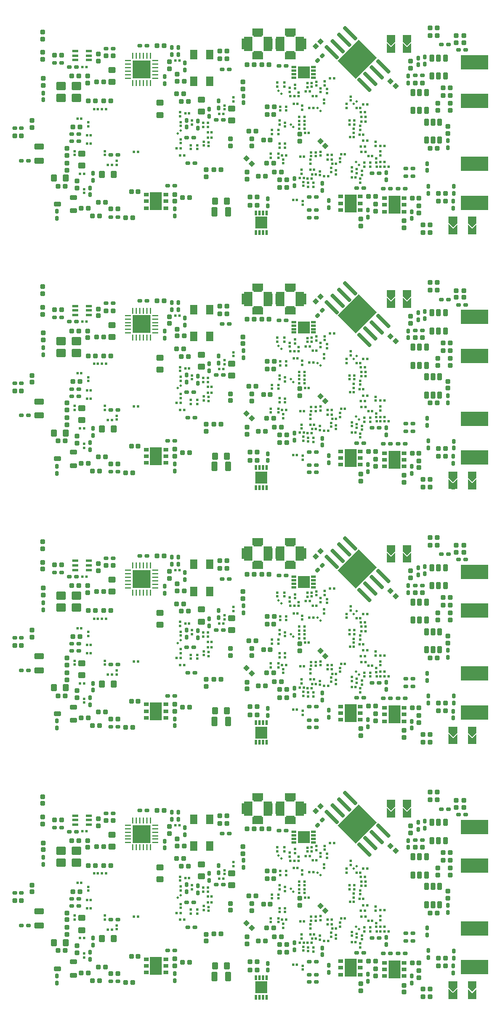
<source format=gbp>
G04*
G04 #@! TF.GenerationSoftware,Altium Limited,Altium Designer,19.1.6 (110)*
G04*
G04 Layer_Color=128*
%FSLAX44Y44*%
%MOMM*%
G71*
G01*
G75*
%ADD14R,4.0000X2.0000*%
G04:AMPARAMS|DCode=32|XSize=1mm|YSize=0.9mm|CornerRadius=0.1125mm|HoleSize=0mm|Usage=FLASHONLY|Rotation=90.000|XOffset=0mm|YOffset=0mm|HoleType=Round|Shape=RoundedRectangle|*
%AMROUNDEDRECTD32*
21,1,1.0000,0.6750,0,0,90.0*
21,1,0.7750,0.9000,0,0,90.0*
1,1,0.2250,0.3375,0.3875*
1,1,0.2250,0.3375,-0.3875*
1,1,0.2250,-0.3375,-0.3875*
1,1,0.2250,-0.3375,0.3875*
%
%ADD32ROUNDEDRECTD32*%
G04:AMPARAMS|DCode=35|XSize=0.6mm|YSize=0.6mm|CornerRadius=0.06mm|HoleSize=0mm|Usage=FLASHONLY|Rotation=180.000|XOffset=0mm|YOffset=0mm|HoleType=Round|Shape=RoundedRectangle|*
%AMROUNDEDRECTD35*
21,1,0.6000,0.4800,0,0,180.0*
21,1,0.4800,0.6000,0,0,180.0*
1,1,0.1200,-0.2400,0.2400*
1,1,0.1200,0.2400,0.2400*
1,1,0.1200,0.2400,-0.2400*
1,1,0.1200,-0.2400,-0.2400*
%
%ADD35ROUNDEDRECTD35*%
%ADD42R,0.3000X0.3500*%
G04:AMPARAMS|DCode=43|XSize=0.6mm|YSize=1mm|CornerRadius=0.075mm|HoleSize=0mm|Usage=FLASHONLY|Rotation=270.000|XOffset=0mm|YOffset=0mm|HoleType=Round|Shape=RoundedRectangle|*
%AMROUNDEDRECTD43*
21,1,0.6000,0.8500,0,0,270.0*
21,1,0.4500,1.0000,0,0,270.0*
1,1,0.1500,-0.4250,-0.2250*
1,1,0.1500,-0.4250,0.2250*
1,1,0.1500,0.4250,0.2250*
1,1,0.1500,0.4250,-0.2250*
%
%ADD43ROUNDEDRECTD43*%
G04:AMPARAMS|DCode=46|XSize=0.6mm|YSize=0.6mm|CornerRadius=0.06mm|HoleSize=0mm|Usage=FLASHONLY|Rotation=90.000|XOffset=0mm|YOffset=0mm|HoleType=Round|Shape=RoundedRectangle|*
%AMROUNDEDRECTD46*
21,1,0.6000,0.4800,0,0,90.0*
21,1,0.4800,0.6000,0,0,90.0*
1,1,0.1200,0.2400,0.2400*
1,1,0.1200,0.2400,-0.2400*
1,1,0.1200,-0.2400,-0.2400*
1,1,0.1200,-0.2400,0.2400*
%
%ADD46ROUNDEDRECTD46*%
G04:AMPARAMS|DCode=47|XSize=0.5mm|YSize=0.6mm|CornerRadius=0.05mm|HoleSize=0mm|Usage=FLASHONLY|Rotation=270.000|XOffset=0mm|YOffset=0mm|HoleType=Round|Shape=RoundedRectangle|*
%AMROUNDEDRECTD47*
21,1,0.5000,0.5000,0,0,270.0*
21,1,0.4000,0.6000,0,0,270.0*
1,1,0.1000,-0.2500,-0.2000*
1,1,0.1000,-0.2500,0.2000*
1,1,0.1000,0.2500,0.2000*
1,1,0.1000,0.2500,-0.2000*
%
%ADD47ROUNDEDRECTD47*%
G04:AMPARAMS|DCode=48|XSize=0.5mm|YSize=0.6mm|CornerRadius=0.05mm|HoleSize=0mm|Usage=FLASHONLY|Rotation=0.000|XOffset=0mm|YOffset=0mm|HoleType=Round|Shape=RoundedRectangle|*
%AMROUNDEDRECTD48*
21,1,0.5000,0.5000,0,0,0.0*
21,1,0.4000,0.6000,0,0,0.0*
1,1,0.1000,0.2000,-0.2500*
1,1,0.1000,-0.2000,-0.2500*
1,1,0.1000,-0.2000,0.2500*
1,1,0.1000,0.2000,0.2500*
%
%ADD48ROUNDEDRECTD48*%
G04:AMPARAMS|DCode=49|XSize=1.3mm|YSize=0.8mm|CornerRadius=0.1mm|HoleSize=0mm|Usage=FLASHONLY|Rotation=270.000|XOffset=0mm|YOffset=0mm|HoleType=Round|Shape=RoundedRectangle|*
%AMROUNDEDRECTD49*
21,1,1.3000,0.6000,0,0,270.0*
21,1,1.1000,0.8000,0,0,270.0*
1,1,0.2000,-0.3000,-0.5500*
1,1,0.2000,-0.3000,0.5500*
1,1,0.2000,0.3000,0.5500*
1,1,0.2000,0.3000,-0.5500*
%
%ADD49ROUNDEDRECTD49*%
G04:AMPARAMS|DCode=50|XSize=1mm|YSize=0.9mm|CornerRadius=0.1125mm|HoleSize=0mm|Usage=FLASHONLY|Rotation=0.000|XOffset=0mm|YOffset=0mm|HoleType=Round|Shape=RoundedRectangle|*
%AMROUNDEDRECTD50*
21,1,1.0000,0.6750,0,0,0.0*
21,1,0.7750,0.9000,0,0,0.0*
1,1,0.2250,0.3875,-0.3375*
1,1,0.2250,-0.3875,-0.3375*
1,1,0.2250,-0.3875,0.3375*
1,1,0.2250,0.3875,0.3375*
%
%ADD50ROUNDEDRECTD50*%
%ADD54R,0.3500X0.3000*%
G04:AMPARAMS|DCode=89|XSize=0.6mm|YSize=1mm|CornerRadius=0.075mm|HoleSize=0mm|Usage=FLASHONLY|Rotation=180.000|XOffset=0mm|YOffset=0mm|HoleType=Round|Shape=RoundedRectangle|*
%AMROUNDEDRECTD89*
21,1,0.6000,0.8500,0,0,180.0*
21,1,0.4500,1.0000,0,0,180.0*
1,1,0.1500,-0.2250,0.4250*
1,1,0.1500,0.2250,0.4250*
1,1,0.1500,0.2250,-0.4250*
1,1,0.1500,-0.2250,-0.4250*
%
%ADD89ROUNDEDRECTD89*%
%ADD90O,0.9000X0.2500*%
%ADD91O,0.2500X0.9000*%
%ADD92R,2.5000X2.5000*%
%ADD93R,0.8500X0.4000*%
G04:AMPARAMS|DCode=94|XSize=1.4mm|YSize=1.2mm|CornerRadius=0.15mm|HoleSize=0mm|Usage=FLASHONLY|Rotation=0.000|XOffset=0mm|YOffset=0mm|HoleType=Round|Shape=RoundedRectangle|*
%AMROUNDEDRECTD94*
21,1,1.4000,0.9000,0,0,0.0*
21,1,1.1000,1.2000,0,0,0.0*
1,1,0.3000,0.5500,-0.4500*
1,1,0.3000,-0.5500,-0.4500*
1,1,0.3000,-0.5500,0.4500*
1,1,0.3000,0.5500,0.4500*
%
%ADD94ROUNDEDRECTD94*%
%ADD95R,1.0000X1.3500*%
%ADD98R,0.3000X0.6500*%
%ADD99R,1.7000X1.7000*%
G04:AMPARAMS|DCode=102|XSize=1.3mm|YSize=0.8mm|CornerRadius=0.1mm|HoleSize=0mm|Usage=FLASHONLY|Rotation=180.000|XOffset=0mm|YOffset=0mm|HoleType=Round|Shape=RoundedRectangle|*
%AMROUNDEDRECTD102*
21,1,1.3000,0.6000,0,0,180.0*
21,1,1.1000,0.8000,0,0,180.0*
1,1,0.2000,-0.5500,0.3000*
1,1,0.2000,0.5500,0.3000*
1,1,0.2000,0.5500,-0.3000*
1,1,0.2000,-0.5500,-0.3000*
%
%ADD102ROUNDEDRECTD102*%
G04:AMPARAMS|DCode=103|XSize=3.6mm|YSize=4.2mm|CornerRadius=0mm|HoleSize=0mm|Usage=FLASHONLY|Rotation=135.000|XOffset=0mm|YOffset=0mm|HoleType=Round|Shape=Rectangle|*
%AMROTATEDRECTD103*
4,1,4,2.7577,0.2121,-0.2121,-2.7577,-2.7577,-0.2121,0.2121,2.7577,2.7577,0.2121,0.0*
%
%ADD103ROTATEDRECTD103*%

G04:AMPARAMS|DCode=104|XSize=0.55mm|YSize=2.6mm|CornerRadius=0.1375mm|HoleSize=0mm|Usage=FLASHONLY|Rotation=225.000|XOffset=0mm|YOffset=0mm|HoleType=Round|Shape=RoundedRectangle|*
%AMROUNDEDRECTD104*
21,1,0.5500,2.3250,0,0,225.0*
21,1,0.2750,2.6000,0,0,225.0*
1,1,0.2750,-0.9192,0.7248*
1,1,0.2750,-0.7248,0.9192*
1,1,0.2750,0.9192,-0.7248*
1,1,0.2750,0.7248,-0.9192*
%
%ADD104ROUNDEDRECTD104*%
%ADD105R,0.7000X0.5000*%
%ADD106R,1.7000X2.5000*%
%ADD107R,1.2000X1.2000*%
%ADD108R,1.2000X2.1500*%
%ADD109R,1.5500X1.0000*%
%ADD110R,1.2000X1.6000*%
%ADD111R,0.9500X1.6000*%
%ADD112R,0.5000X0.5000*%
G04:AMPARAMS|DCode=113|XSize=0.6mm|YSize=0.6mm|CornerRadius=0.06mm|HoleSize=0mm|Usage=FLASHONLY|Rotation=225.000|XOffset=0mm|YOffset=0mm|HoleType=Round|Shape=RoundedRectangle|*
%AMROUNDEDRECTD113*
21,1,0.6000,0.4800,0,0,225.0*
21,1,0.4800,0.6000,0,0,225.0*
1,1,0.1200,-0.3394,0.0000*
1,1,0.1200,0.0000,0.3394*
1,1,0.1200,0.3394,0.0000*
1,1,0.1200,0.0000,-0.3394*
%
%ADD113ROUNDEDRECTD113*%
G04:AMPARAMS|DCode=114|XSize=0.5mm|YSize=0.6mm|CornerRadius=0.05mm|HoleSize=0mm|Usage=FLASHONLY|Rotation=315.000|XOffset=0mm|YOffset=0mm|HoleType=Round|Shape=RoundedRectangle|*
%AMROUNDEDRECTD114*
21,1,0.5000,0.5000,0,0,315.0*
21,1,0.4000,0.6000,0,0,315.0*
1,1,0.1000,-0.0354,-0.3182*
1,1,0.1000,-0.3182,-0.0354*
1,1,0.1000,0.0354,0.3182*
1,1,0.1000,0.3182,0.0354*
%
%ADD114ROUNDEDRECTD114*%
G04:AMPARAMS|DCode=115|XSize=0.6mm|YSize=0.6mm|CornerRadius=0.06mm|HoleSize=0mm|Usage=FLASHONLY|Rotation=135.000|XOffset=0mm|YOffset=0mm|HoleType=Round|Shape=RoundedRectangle|*
%AMROUNDEDRECTD115*
21,1,0.6000,0.4800,0,0,135.0*
21,1,0.4800,0.6000,0,0,135.0*
1,1,0.1200,0.0000,0.3394*
1,1,0.1200,0.3394,0.0000*
1,1,0.1200,0.0000,-0.3394*
1,1,0.1200,-0.3394,0.0000*
%
%ADD115ROUNDEDRECTD115*%
G04:AMPARAMS|DCode=116|XSize=0.3mm|YSize=0.35mm|CornerRadius=0mm|HoleSize=0mm|Usage=FLASHONLY|Rotation=225.000|XOffset=0mm|YOffset=0mm|HoleType=Round|Shape=Rectangle|*
%AMROTATEDRECTD116*
4,1,4,-0.0177,0.2298,0.2298,-0.0177,0.0177,-0.2298,-0.2298,0.0177,-0.0177,0.2298,0.0*
%
%ADD116ROTATEDRECTD116*%

G04:AMPARAMS|DCode=117|XSize=0.3mm|YSize=0.35mm|CornerRadius=0mm|HoleSize=0mm|Usage=FLASHONLY|Rotation=315.000|XOffset=0mm|YOffset=0mm|HoleType=Round|Shape=Rectangle|*
%AMROTATEDRECTD117*
4,1,4,-0.2298,-0.0177,0.0177,0.2298,0.2298,0.0177,-0.0177,-0.2298,-0.2298,-0.0177,0.0*
%
%ADD117ROTATEDRECTD117*%

%ADD118R,1.7000X1.7000*%
%ADD119R,0.6500X0.3000*%
G36*
X579500Y1377850D02*
X573250Y1371600D01*
X567000Y1377850D01*
X567000Y1386600D01*
X573250Y1386600D01*
X579500Y1386600D01*
X579500Y1377850D01*
D02*
G37*
G36*
X556750D02*
X550500Y1371600D01*
X544250Y1377850D01*
X544250Y1386600D01*
X550500Y1386600D01*
X556750Y1386600D01*
X556750Y1377850D01*
D02*
G37*
G36*
X579500Y1361600D02*
X567000D01*
Y1376100D01*
X573250Y1369850D01*
X579500Y1376100D01*
Y1361600D01*
D02*
G37*
G36*
X556750D02*
X544250D01*
Y1376100D01*
X550500Y1369850D01*
X556750Y1376100D01*
Y1361600D01*
D02*
G37*
G36*
X645500Y1118850D02*
X639250Y1112600D01*
X633000Y1118850D01*
X633000Y1127600D01*
X639250Y1127600D01*
X645500Y1127600D01*
X645500Y1118850D01*
D02*
G37*
G36*
X672750Y1118790D02*
X666500Y1112540D01*
X660250Y1118790D01*
X660250Y1127540D01*
X666500Y1127540D01*
X672750Y1127540D01*
X672750Y1118790D01*
D02*
G37*
G36*
X645500Y1102600D02*
X633000D01*
Y1117100D01*
X639250Y1110850D01*
X645500Y1117100D01*
Y1102600D01*
D02*
G37*
G36*
X672750Y1102540D02*
X660250D01*
Y1117040D01*
X666500Y1110790D01*
X672750Y1117040D01*
Y1102540D01*
D02*
G37*
G36*
X579500Y1014150D02*
X573250Y1007900D01*
X567000Y1014150D01*
X567000Y1022900D01*
X573250Y1022900D01*
X579500Y1022900D01*
X579500Y1014150D01*
D02*
G37*
G36*
X556750D02*
X550500Y1007900D01*
X544250Y1014150D01*
X544250Y1022900D01*
X550500Y1022900D01*
X556750Y1022900D01*
X556750Y1014150D01*
D02*
G37*
G36*
X579500Y997900D02*
X567000D01*
Y1012400D01*
X573250Y1006150D01*
X579500Y1012400D01*
Y997900D01*
D02*
G37*
G36*
X556750D02*
X544250D01*
Y1012400D01*
X550500Y1006150D01*
X556750Y1012400D01*
Y997900D01*
D02*
G37*
G36*
X645500Y755151D02*
X639250Y748900D01*
X633000Y755151D01*
X633000Y763900D01*
X639250Y763900D01*
X645500Y763900D01*
X645500Y755151D01*
D02*
G37*
G36*
X672750Y755090D02*
X666500Y748840D01*
X660250Y755090D01*
X660250Y763840D01*
X666500Y763840D01*
X672750Y763840D01*
X672750Y755090D01*
D02*
G37*
G36*
X645500Y738900D02*
X633000D01*
Y753400D01*
X639250Y747150D01*
X645500Y753400D01*
Y738900D01*
D02*
G37*
G36*
X672750Y738840D02*
X660250D01*
Y753340D01*
X666500Y747090D01*
X672750Y753340D01*
Y738840D01*
D02*
G37*
G36*
X579500Y650450D02*
X573250Y644200D01*
X567000Y650450D01*
X567000Y659200D01*
X573250Y659200D01*
X579500Y659200D01*
X579500Y650450D01*
D02*
G37*
G36*
X556750D02*
X550500Y644200D01*
X544250Y650450D01*
X544250Y659200D01*
X550500Y659200D01*
X556750Y659200D01*
X556750Y650450D01*
D02*
G37*
G36*
X579500Y634200D02*
X567000D01*
Y648700D01*
X573250Y642450D01*
X579500Y648700D01*
Y634200D01*
D02*
G37*
G36*
X556750D02*
X544250D01*
Y648700D01*
X550500Y642450D01*
X556750Y648700D01*
Y634200D01*
D02*
G37*
G36*
X645500Y391450D02*
X639250Y385200D01*
X633000Y391450D01*
X633000Y400200D01*
X639250Y400200D01*
X645500Y400200D01*
X645500Y391450D01*
D02*
G37*
G36*
X672750Y391390D02*
X666500Y385140D01*
X660250Y391390D01*
X660250Y400140D01*
X666500Y400140D01*
X672750Y400140D01*
X672750Y391390D01*
D02*
G37*
G36*
X645500Y375200D02*
X633000D01*
Y389700D01*
X639250Y383450D01*
X645500Y389700D01*
Y375200D01*
D02*
G37*
G36*
X672750Y375140D02*
X660250D01*
Y389640D01*
X666500Y383390D01*
X672750Y389640D01*
Y375140D01*
D02*
G37*
G36*
X579500Y286750D02*
X573250Y280500D01*
X567000Y286750D01*
X567000Y295500D01*
X573250Y295500D01*
X579500Y295500D01*
X579500Y286750D01*
D02*
G37*
G36*
X556750D02*
X550500Y280500D01*
X544250Y286750D01*
X544250Y295500D01*
X550500Y295500D01*
X556750Y295500D01*
X556750Y286750D01*
D02*
G37*
G36*
X579500Y270500D02*
X567000D01*
Y285000D01*
X573250Y278750D01*
X579500Y285000D01*
Y270500D01*
D02*
G37*
G36*
X556750D02*
X544250D01*
Y285000D01*
X550500Y278750D01*
X556750Y285000D01*
Y270500D01*
D02*
G37*
G36*
X645500Y27750D02*
X639250Y21500D01*
X633000Y27750D01*
X633000Y36500D01*
X639250Y36500D01*
X645500Y36500D01*
X645500Y27750D01*
D02*
G37*
G36*
X672750Y27690D02*
X666500Y21440D01*
X660250Y27690D01*
X660250Y36440D01*
X666500Y36440D01*
X672750Y36440D01*
X672750Y27690D01*
D02*
G37*
G36*
X645500Y11500D02*
X633000D01*
Y26000D01*
X639250Y19750D01*
X645500Y26000D01*
Y11500D01*
D02*
G37*
G36*
X672750Y11440D02*
X660250D01*
Y25940D01*
X666500Y19690D01*
X672750Y25940D01*
Y11440D01*
D02*
G37*
D14*
X669450Y56675D02*
D03*
Y112075D02*
D03*
Y201675D02*
D03*
Y257075D02*
D03*
Y420375D02*
D03*
Y475775D02*
D03*
Y565375D02*
D03*
Y620775D02*
D03*
Y784075D02*
D03*
Y839475D02*
D03*
Y929075D02*
D03*
Y984475D02*
D03*
Y1147775D02*
D03*
Y1203175D02*
D03*
Y1292775D02*
D03*
Y1348175D02*
D03*
D32*
X85750Y91750D02*
D03*
X68750D02*
D03*
X154250Y97250D02*
D03*
X137250D02*
D03*
X299000Y58750D02*
D03*
X316000D02*
D03*
X85750Y455450D02*
D03*
X68750D02*
D03*
X154250Y460950D02*
D03*
X137250D02*
D03*
X299000Y422450D02*
D03*
X316000D02*
D03*
X85750Y819150D02*
D03*
X68750D02*
D03*
X154250Y824650D02*
D03*
X137250D02*
D03*
X299000Y786150D02*
D03*
X316000D02*
D03*
X85750Y1182850D02*
D03*
X68750D02*
D03*
X154250Y1188350D02*
D03*
X137250D02*
D03*
X299000Y1149850D02*
D03*
X316000D02*
D03*
D35*
X53000Y261000D02*
D03*
Y271000D02*
D03*
X132000Y258750D02*
D03*
Y268750D02*
D03*
X37750Y174000D02*
D03*
Y164000D02*
D03*
X102000Y77500D02*
D03*
Y87500D02*
D03*
X241250Y58500D02*
D03*
Y68500D02*
D03*
X286349Y93851D02*
D03*
Y103851D02*
D03*
X590500Y42000D02*
D03*
Y52000D02*
D03*
X528115Y44305D02*
D03*
Y54305D02*
D03*
X569365Y21055D02*
D03*
Y31055D02*
D03*
X506865Y23305D02*
D03*
Y33305D02*
D03*
X244885Y240025D02*
D03*
Y230025D02*
D03*
X617250Y198250D02*
D03*
Y188250D02*
D03*
X631750Y165500D02*
D03*
Y155500D02*
D03*
X635000Y188250D02*
D03*
Y198250D02*
D03*
X578500Y258500D02*
D03*
Y248500D02*
D03*
X87750Y124250D02*
D03*
Y134250D02*
D03*
Y103250D02*
D03*
Y113250D02*
D03*
X320750Y137750D02*
D03*
Y147750D02*
D03*
X351750Y147500D02*
D03*
Y137500D02*
D03*
X339000Y219000D02*
D03*
Y229000D02*
D03*
X53750Y234250D02*
D03*
Y224250D02*
D03*
X117001Y237499D02*
D03*
Y227499D02*
D03*
X419760Y144714D02*
D03*
Y154714D02*
D03*
X233750Y257750D02*
D03*
Y247750D02*
D03*
X52885Y290250D02*
D03*
Y300250D02*
D03*
X654500Y295000D02*
D03*
Y285000D02*
D03*
X643500Y295000D02*
D03*
Y285000D02*
D03*
X344750Y100000D02*
D03*
Y90000D02*
D03*
X53000Y624700D02*
D03*
Y634700D02*
D03*
X132000Y622450D02*
D03*
Y632450D02*
D03*
X37750Y537700D02*
D03*
Y527700D02*
D03*
X102000Y441200D02*
D03*
Y451200D02*
D03*
X241250Y422200D02*
D03*
Y432200D02*
D03*
X286349Y457551D02*
D03*
Y467551D02*
D03*
X590500Y405700D02*
D03*
Y415700D02*
D03*
X528115Y408005D02*
D03*
Y418005D02*
D03*
X569365Y384755D02*
D03*
Y394755D02*
D03*
X506865Y387005D02*
D03*
Y397005D02*
D03*
X244885Y603725D02*
D03*
Y593725D02*
D03*
X617250Y561950D02*
D03*
Y551950D02*
D03*
X631750Y529200D02*
D03*
Y519200D02*
D03*
X635000Y551950D02*
D03*
Y561950D02*
D03*
X578500Y622200D02*
D03*
Y612200D02*
D03*
X87750Y487950D02*
D03*
Y497950D02*
D03*
Y466950D02*
D03*
Y476950D02*
D03*
X320750Y501450D02*
D03*
Y511450D02*
D03*
X351750Y511200D02*
D03*
Y501200D02*
D03*
X339000Y582700D02*
D03*
Y592700D02*
D03*
X53750Y597950D02*
D03*
Y587950D02*
D03*
X117001Y601199D02*
D03*
Y591199D02*
D03*
X419760Y508414D02*
D03*
Y518414D02*
D03*
X233750Y621450D02*
D03*
Y611450D02*
D03*
X52885Y653950D02*
D03*
Y663950D02*
D03*
X654500Y658700D02*
D03*
Y648700D02*
D03*
X643500Y658700D02*
D03*
Y648700D02*
D03*
X344750Y463700D02*
D03*
Y453700D02*
D03*
X53000Y988400D02*
D03*
Y998400D02*
D03*
X132000Y986150D02*
D03*
Y996150D02*
D03*
X37750Y901400D02*
D03*
Y891400D02*
D03*
X102000Y804900D02*
D03*
Y814900D02*
D03*
X241250Y785900D02*
D03*
Y795900D02*
D03*
X286349Y821251D02*
D03*
Y831251D02*
D03*
X590500Y769400D02*
D03*
Y779400D02*
D03*
X528115Y771705D02*
D03*
Y781705D02*
D03*
X569365Y748455D02*
D03*
Y758455D02*
D03*
X506865Y750705D02*
D03*
Y760705D02*
D03*
X244885Y967425D02*
D03*
Y957425D02*
D03*
X617250Y925650D02*
D03*
Y915650D02*
D03*
X631750Y892900D02*
D03*
Y882900D02*
D03*
X635000Y915650D02*
D03*
Y925650D02*
D03*
X578500Y985900D02*
D03*
Y975900D02*
D03*
X87750Y851650D02*
D03*
Y861650D02*
D03*
Y830650D02*
D03*
Y840650D02*
D03*
X320750Y865150D02*
D03*
Y875150D02*
D03*
X351750Y874900D02*
D03*
Y864900D02*
D03*
X339000Y946400D02*
D03*
Y956400D02*
D03*
X53750Y961650D02*
D03*
Y951650D02*
D03*
X117001Y964899D02*
D03*
Y954899D02*
D03*
X419760Y872114D02*
D03*
Y882114D02*
D03*
X233750Y985150D02*
D03*
Y975150D02*
D03*
X52885Y1017650D02*
D03*
Y1027650D02*
D03*
X654500Y1022400D02*
D03*
Y1012400D02*
D03*
X643500Y1022400D02*
D03*
Y1012400D02*
D03*
X344750Y827400D02*
D03*
Y817400D02*
D03*
X53000Y1352100D02*
D03*
Y1362100D02*
D03*
X132000Y1349850D02*
D03*
Y1359850D02*
D03*
X37750Y1265100D02*
D03*
Y1255100D02*
D03*
X102000Y1168600D02*
D03*
Y1178600D02*
D03*
X241250Y1149600D02*
D03*
Y1159600D02*
D03*
X286349Y1184951D02*
D03*
Y1194951D02*
D03*
X590500Y1133100D02*
D03*
Y1143100D02*
D03*
X528115Y1135405D02*
D03*
Y1145405D02*
D03*
X569365Y1112155D02*
D03*
Y1122155D02*
D03*
X506865Y1114405D02*
D03*
Y1124405D02*
D03*
X244885Y1331125D02*
D03*
Y1321125D02*
D03*
X617250Y1289350D02*
D03*
Y1279350D02*
D03*
X631750Y1256600D02*
D03*
Y1246600D02*
D03*
X635000Y1279350D02*
D03*
Y1289350D02*
D03*
X578500Y1349600D02*
D03*
Y1339600D02*
D03*
X87750Y1215350D02*
D03*
Y1225350D02*
D03*
Y1194350D02*
D03*
Y1204350D02*
D03*
X320750Y1228850D02*
D03*
Y1238850D02*
D03*
X351750Y1238600D02*
D03*
Y1228600D02*
D03*
X339000Y1310100D02*
D03*
Y1320100D02*
D03*
X53750Y1325350D02*
D03*
Y1315350D02*
D03*
X117001Y1328599D02*
D03*
Y1318599D02*
D03*
X419760Y1235814D02*
D03*
Y1245814D02*
D03*
X233750Y1348850D02*
D03*
Y1338850D02*
D03*
X52885Y1381350D02*
D03*
Y1391350D02*
D03*
X654500Y1386100D02*
D03*
Y1376100D02*
D03*
X643500Y1386100D02*
D03*
Y1376100D02*
D03*
X344750Y1191100D02*
D03*
Y1181100D02*
D03*
D42*
X440550Y103500D02*
D03*
X434950D02*
D03*
X256450Y183750D02*
D03*
X262050D02*
D03*
X121450Y152850D02*
D03*
X115850D02*
D03*
X121450Y140850D02*
D03*
X115850D02*
D03*
X111800Y98000D02*
D03*
X106200D02*
D03*
X288730Y157350D02*
D03*
X294330D02*
D03*
X249450Y124250D02*
D03*
X255050D02*
D03*
X288700Y149250D02*
D03*
X294300D02*
D03*
X243950Y134250D02*
D03*
X249550D02*
D03*
X310800Y183000D02*
D03*
X305200D02*
D03*
X131550Y190250D02*
D03*
X125950D02*
D03*
X183150Y129250D02*
D03*
X188750D02*
D03*
X142800Y190250D02*
D03*
X137200D02*
D03*
X410450Y60250D02*
D03*
X416050D02*
D03*
X494450Y92750D02*
D03*
X500050D02*
D03*
X465550Y124500D02*
D03*
X459950D02*
D03*
X466250Y111750D02*
D03*
X471850D02*
D03*
X431450Y91250D02*
D03*
X437050D02*
D03*
X460200Y118000D02*
D03*
X465800D02*
D03*
X460800Y94500D02*
D03*
X455200D02*
D03*
X479150Y126000D02*
D03*
X484750D02*
D03*
X541200Y108000D02*
D03*
X546800D02*
D03*
X535550D02*
D03*
X529950D02*
D03*
X497250Y150000D02*
D03*
X491650D02*
D03*
X510950Y197250D02*
D03*
X516550D02*
D03*
X463450Y233750D02*
D03*
X469050D02*
D03*
X535450Y137750D02*
D03*
X541050D02*
D03*
X439300Y192000D02*
D03*
X433700D02*
D03*
X508200Y179000D02*
D03*
X513800D02*
D03*
X501080Y191420D02*
D03*
X506680D02*
D03*
X513800Y172500D02*
D03*
X508200D02*
D03*
X115300Y250500D02*
D03*
X109700D02*
D03*
X145700Y110500D02*
D03*
X151300D02*
D03*
X108050Y176750D02*
D03*
X102450D02*
D03*
X507700Y185500D02*
D03*
X513300D02*
D03*
X400500Y124414D02*
D03*
X394900D02*
D03*
X412260Y208414D02*
D03*
X406660D02*
D03*
X427461Y155964D02*
D03*
X433060D02*
D03*
X444000Y209027D02*
D03*
X438400D02*
D03*
X434550Y215500D02*
D03*
X428950D02*
D03*
X511050Y154000D02*
D03*
X505450D02*
D03*
X516540Y145090D02*
D03*
X510940D02*
D03*
X507210Y136964D02*
D03*
X512810D02*
D03*
X508230Y128780D02*
D03*
X513830D02*
D03*
X541050Y114500D02*
D03*
X535450D02*
D03*
X443300Y97250D02*
D03*
X437700D02*
D03*
X426060Y91964D02*
D03*
X420460D02*
D03*
X248050Y259250D02*
D03*
X242450D02*
D03*
X523550Y123000D02*
D03*
X517950D02*
D03*
X411450Y198000D02*
D03*
X417050D02*
D03*
X420700Y122500D02*
D03*
X426300D02*
D03*
X440550Y467200D02*
D03*
X434950D02*
D03*
X256450Y547450D02*
D03*
X262050D02*
D03*
X121450Y516550D02*
D03*
X115850D02*
D03*
X121450Y504550D02*
D03*
X115850D02*
D03*
X111800Y461700D02*
D03*
X106200D02*
D03*
X288730Y521050D02*
D03*
X294330D02*
D03*
X249450Y487950D02*
D03*
X255050D02*
D03*
X288700Y512950D02*
D03*
X294300D02*
D03*
X243950Y497950D02*
D03*
X249550D02*
D03*
X310800Y546700D02*
D03*
X305200D02*
D03*
X131550Y553950D02*
D03*
X125950D02*
D03*
X183150Y492950D02*
D03*
X188750D02*
D03*
X142800Y553950D02*
D03*
X137200D02*
D03*
X410450Y423950D02*
D03*
X416050D02*
D03*
X494450Y456450D02*
D03*
X500050D02*
D03*
X465550Y488200D02*
D03*
X459950D02*
D03*
X466250Y475450D02*
D03*
X471850D02*
D03*
X431450Y454950D02*
D03*
X437050D02*
D03*
X460200Y481700D02*
D03*
X465800D02*
D03*
X460800Y458200D02*
D03*
X455200D02*
D03*
X479150Y489700D02*
D03*
X484750D02*
D03*
X541200Y471700D02*
D03*
X546800D02*
D03*
X535550D02*
D03*
X529950D02*
D03*
X497250Y513700D02*
D03*
X491650D02*
D03*
X510950Y560950D02*
D03*
X516550D02*
D03*
X463450Y597450D02*
D03*
X469050D02*
D03*
X535450Y501450D02*
D03*
X541050D02*
D03*
X439300Y555700D02*
D03*
X433700D02*
D03*
X508200Y542700D02*
D03*
X513800D02*
D03*
X501080Y555120D02*
D03*
X506680D02*
D03*
X513800Y536200D02*
D03*
X508200D02*
D03*
X115300Y614200D02*
D03*
X109700D02*
D03*
X145700Y474200D02*
D03*
X151300D02*
D03*
X108050Y540450D02*
D03*
X102450D02*
D03*
X507700Y549200D02*
D03*
X513300D02*
D03*
X400500Y488114D02*
D03*
X394900D02*
D03*
X412260Y572114D02*
D03*
X406660D02*
D03*
X427461Y519664D02*
D03*
X433060D02*
D03*
X444000Y572727D02*
D03*
X438400D02*
D03*
X434550Y579200D02*
D03*
X428950D02*
D03*
X511050Y517700D02*
D03*
X505450D02*
D03*
X516540Y508790D02*
D03*
X510940D02*
D03*
X507210Y500664D02*
D03*
X512810D02*
D03*
X508230Y492480D02*
D03*
X513830D02*
D03*
X541050Y478200D02*
D03*
X535450D02*
D03*
X443300Y460950D02*
D03*
X437700D02*
D03*
X426060Y455664D02*
D03*
X420460D02*
D03*
X248050Y622950D02*
D03*
X242450D02*
D03*
X523550Y486700D02*
D03*
X517950D02*
D03*
X411450Y561700D02*
D03*
X417050D02*
D03*
X420700Y486200D02*
D03*
X426300D02*
D03*
X440550Y830900D02*
D03*
X434950D02*
D03*
X256450Y911150D02*
D03*
X262050D02*
D03*
X121450Y880250D02*
D03*
X115850D02*
D03*
X121450Y868250D02*
D03*
X115850D02*
D03*
X111800Y825400D02*
D03*
X106200D02*
D03*
X288730Y884750D02*
D03*
X294330D02*
D03*
X249450Y851650D02*
D03*
X255050D02*
D03*
X288700Y876650D02*
D03*
X294300D02*
D03*
X243950Y861650D02*
D03*
X249550D02*
D03*
X310800Y910400D02*
D03*
X305200D02*
D03*
X131550Y917650D02*
D03*
X125950D02*
D03*
X183150Y856650D02*
D03*
X188750D02*
D03*
X142800Y917650D02*
D03*
X137200D02*
D03*
X410450Y787650D02*
D03*
X416050D02*
D03*
X494450Y820150D02*
D03*
X500050D02*
D03*
X465550Y851900D02*
D03*
X459950D02*
D03*
X466250Y839150D02*
D03*
X471850D02*
D03*
X431450Y818650D02*
D03*
X437050D02*
D03*
X460200Y845400D02*
D03*
X465800D02*
D03*
X460800Y821900D02*
D03*
X455200D02*
D03*
X479150Y853400D02*
D03*
X484750D02*
D03*
X541200Y835400D02*
D03*
X546800D02*
D03*
X535550D02*
D03*
X529950D02*
D03*
X497250Y877400D02*
D03*
X491650D02*
D03*
X510950Y924650D02*
D03*
X516550D02*
D03*
X463450Y961150D02*
D03*
X469050D02*
D03*
X535450Y865150D02*
D03*
X541050D02*
D03*
X439300Y919400D02*
D03*
X433700D02*
D03*
X508200Y906400D02*
D03*
X513800D02*
D03*
X501080Y918820D02*
D03*
X506680D02*
D03*
X513800Y899900D02*
D03*
X508200D02*
D03*
X115300Y977900D02*
D03*
X109700D02*
D03*
X145700Y837900D02*
D03*
X151300D02*
D03*
X108050Y904150D02*
D03*
X102450D02*
D03*
X507700Y912900D02*
D03*
X513300D02*
D03*
X400500Y851814D02*
D03*
X394900D02*
D03*
X412260Y935814D02*
D03*
X406660D02*
D03*
X427461Y883364D02*
D03*
X433060D02*
D03*
X444000Y936427D02*
D03*
X438400D02*
D03*
X434550Y942900D02*
D03*
X428950D02*
D03*
X511050Y881400D02*
D03*
X505450D02*
D03*
X516540Y872490D02*
D03*
X510940D02*
D03*
X507210Y864364D02*
D03*
X512810D02*
D03*
X508230Y856180D02*
D03*
X513830D02*
D03*
X541050Y841900D02*
D03*
X535450D02*
D03*
X443300Y824650D02*
D03*
X437700D02*
D03*
X426060Y819364D02*
D03*
X420460D02*
D03*
X248050Y986650D02*
D03*
X242450D02*
D03*
X523550Y850400D02*
D03*
X517950D02*
D03*
X411450Y925400D02*
D03*
X417050D02*
D03*
X420700Y849900D02*
D03*
X426300D02*
D03*
X440550Y1194600D02*
D03*
X434950D02*
D03*
X256450Y1274850D02*
D03*
X262050D02*
D03*
X121450Y1243950D02*
D03*
X115850D02*
D03*
X121450Y1231950D02*
D03*
X115850D02*
D03*
X111800Y1189100D02*
D03*
X106200D02*
D03*
X288730Y1248450D02*
D03*
X294330D02*
D03*
X249450Y1215350D02*
D03*
X255050D02*
D03*
X288700Y1240350D02*
D03*
X294300D02*
D03*
X243950Y1225350D02*
D03*
X249550D02*
D03*
X310800Y1274100D02*
D03*
X305200D02*
D03*
X131550Y1281350D02*
D03*
X125950D02*
D03*
X183150Y1220350D02*
D03*
X188750D02*
D03*
X142800Y1281350D02*
D03*
X137200D02*
D03*
X410450Y1151350D02*
D03*
X416050D02*
D03*
X494450Y1183850D02*
D03*
X500050D02*
D03*
X465550Y1215600D02*
D03*
X459950D02*
D03*
X466250Y1202850D02*
D03*
X471850D02*
D03*
X431450Y1182350D02*
D03*
X437050D02*
D03*
X460200Y1209100D02*
D03*
X465800D02*
D03*
X460800Y1185600D02*
D03*
X455200D02*
D03*
X479150Y1217100D02*
D03*
X484750D02*
D03*
X541200Y1199100D02*
D03*
X546800D02*
D03*
X535550D02*
D03*
X529950D02*
D03*
X497250Y1241100D02*
D03*
X491650D02*
D03*
X510950Y1288350D02*
D03*
X516550D02*
D03*
X463450Y1324850D02*
D03*
X469050D02*
D03*
X535450Y1228850D02*
D03*
X541050D02*
D03*
X439300Y1283100D02*
D03*
X433700D02*
D03*
X508200Y1270100D02*
D03*
X513800D02*
D03*
X501080Y1282520D02*
D03*
X506680D02*
D03*
X513800Y1263600D02*
D03*
X508200D02*
D03*
X115300Y1341600D02*
D03*
X109700D02*
D03*
X145700Y1201600D02*
D03*
X151300D02*
D03*
X108050Y1267850D02*
D03*
X102450D02*
D03*
X507700Y1276600D02*
D03*
X513300D02*
D03*
X400500Y1215514D02*
D03*
X394900D02*
D03*
X412260Y1299514D02*
D03*
X406660D02*
D03*
X427461Y1247064D02*
D03*
X433060D02*
D03*
X444000Y1300127D02*
D03*
X438400D02*
D03*
X434550Y1306600D02*
D03*
X428950D02*
D03*
X511050Y1245100D02*
D03*
X505450D02*
D03*
X516540Y1236190D02*
D03*
X510940D02*
D03*
X507210Y1228064D02*
D03*
X512810D02*
D03*
X508230Y1219880D02*
D03*
X513830D02*
D03*
X541050Y1205600D02*
D03*
X535450D02*
D03*
X443300Y1188351D02*
D03*
X437700D02*
D03*
X426060Y1183064D02*
D03*
X420460D02*
D03*
X248050Y1350350D02*
D03*
X242450D02*
D03*
X523550Y1214100D02*
D03*
X517950D02*
D03*
X411450Y1289100D02*
D03*
X417050D02*
D03*
X420700Y1213600D02*
D03*
X426300D02*
D03*
D43*
X97000Y64250D02*
D03*
Y45250D02*
D03*
X74000Y54750D02*
D03*
X97000Y427950D02*
D03*
Y408950D02*
D03*
X74000Y418450D02*
D03*
X97000Y791650D02*
D03*
Y772650D02*
D03*
X74000Y782150D02*
D03*
X97000Y1155350D02*
D03*
Y1136350D02*
D03*
X74000Y1145850D02*
D03*
D46*
X349000Y64750D02*
D03*
X359000D02*
D03*
X349000Y52750D02*
D03*
X359000D02*
D03*
X244250Y211750D02*
D03*
X254250D02*
D03*
X251000Y201000D02*
D03*
X261000D02*
D03*
X606750Y295250D02*
D03*
X616750D02*
D03*
X262250Y63750D02*
D03*
X252250D02*
D03*
X22525Y151705D02*
D03*
X12525D02*
D03*
X139500Y228750D02*
D03*
X129500D02*
D03*
X189250Y72500D02*
D03*
X179250D02*
D03*
X132500Y57250D02*
D03*
X142500D02*
D03*
X606500Y25250D02*
D03*
X596500D02*
D03*
X606500Y14250D02*
D03*
X596500D02*
D03*
X150250Y47500D02*
D03*
X160250D02*
D03*
X635000Y220250D02*
D03*
X625000D02*
D03*
X181250Y35000D02*
D03*
X171250D02*
D03*
X590615Y63055D02*
D03*
X580615D02*
D03*
X528115Y65305D02*
D03*
X518115D02*
D03*
X254750Y230000D02*
D03*
X244750D02*
D03*
X74500Y80250D02*
D03*
X84500D02*
D03*
X124000Y37500D02*
D03*
X134000D02*
D03*
X108000Y48500D02*
D03*
X118000D02*
D03*
X616750Y134250D02*
D03*
X606750D02*
D03*
X595250Y227500D02*
D03*
X585250Y227500D02*
D03*
X635000Y209250D02*
D03*
X625000D02*
D03*
X297500Y104000D02*
D03*
X307500D02*
D03*
X347214Y158600D02*
D03*
X357214D02*
D03*
X365750Y253750D02*
D03*
X375750D02*
D03*
X344750D02*
D03*
X354750D02*
D03*
X118000Y201750D02*
D03*
X128000D02*
D03*
X149750D02*
D03*
X139750D02*
D03*
X96000Y164750D02*
D03*
X106000D02*
D03*
X79750Y267250D02*
D03*
X69750D02*
D03*
X104250Y237500D02*
D03*
X94250D02*
D03*
X216250Y280250D02*
D03*
X226250D02*
D03*
X606750Y306250D02*
D03*
X616750D02*
D03*
X368010Y146214D02*
D03*
X378010D02*
D03*
X373260Y193714D02*
D03*
X383260D02*
D03*
X373223Y182750D02*
D03*
X383223D02*
D03*
X373000Y112777D02*
D03*
X383000D02*
D03*
X371000Y94277D02*
D03*
X361000D02*
D03*
X401500Y89027D02*
D03*
X391500D02*
D03*
X393500Y100027D02*
D03*
X383500D02*
D03*
X401510Y77964D02*
D03*
X391510D02*
D03*
X306000Y261750D02*
D03*
X316000D02*
D03*
X305944Y272913D02*
D03*
X315944D02*
D03*
X143000Y266000D02*
D03*
X153000D02*
D03*
X618000Y58780D02*
D03*
X628000D02*
D03*
X618000Y69750D02*
D03*
X628000D02*
D03*
X349000Y428450D02*
D03*
X359000D02*
D03*
X349000Y416450D02*
D03*
X359000D02*
D03*
X244250Y575450D02*
D03*
X254250D02*
D03*
X251000Y564700D02*
D03*
X261000D02*
D03*
X606750Y658950D02*
D03*
X616750D02*
D03*
X262250Y427450D02*
D03*
X252250D02*
D03*
X22525Y515405D02*
D03*
X12525D02*
D03*
X139500Y592450D02*
D03*
X129500D02*
D03*
X189250Y436200D02*
D03*
X179250D02*
D03*
X132500Y420950D02*
D03*
X142500D02*
D03*
X606500Y388950D02*
D03*
X596500D02*
D03*
X606500Y377950D02*
D03*
X596500D02*
D03*
X150250Y411200D02*
D03*
X160250D02*
D03*
X635000Y583950D02*
D03*
X625000D02*
D03*
X181250Y398700D02*
D03*
X171250D02*
D03*
X590615Y426755D02*
D03*
X580615D02*
D03*
X528115Y429005D02*
D03*
X518115D02*
D03*
X254750Y593700D02*
D03*
X244750D02*
D03*
X74500Y443950D02*
D03*
X84500D02*
D03*
X124000Y401200D02*
D03*
X134000D02*
D03*
X108000Y412200D02*
D03*
X118000D02*
D03*
X616750Y497950D02*
D03*
X606750D02*
D03*
X595250Y591200D02*
D03*
X585250Y591200D02*
D03*
X635000Y572950D02*
D03*
X625000D02*
D03*
X297500Y467700D02*
D03*
X307500D02*
D03*
X347214Y522300D02*
D03*
X357214D02*
D03*
X365750Y617450D02*
D03*
X375750D02*
D03*
X344750D02*
D03*
X354750D02*
D03*
X118000Y565450D02*
D03*
X128000D02*
D03*
X149750D02*
D03*
X139750D02*
D03*
X96000Y528450D02*
D03*
X106000D02*
D03*
X79750Y630950D02*
D03*
X69750D02*
D03*
X104250Y601200D02*
D03*
X94250D02*
D03*
X216250Y643950D02*
D03*
X226250D02*
D03*
X606750Y669950D02*
D03*
X616750D02*
D03*
X368010Y509914D02*
D03*
X378010D02*
D03*
X373260Y557414D02*
D03*
X383260D02*
D03*
X373223Y546450D02*
D03*
X383223D02*
D03*
X373000Y476477D02*
D03*
X383000D02*
D03*
X371000Y457977D02*
D03*
X361000D02*
D03*
X401500Y452727D02*
D03*
X391500D02*
D03*
X393500Y463727D02*
D03*
X383500D02*
D03*
X401510Y441664D02*
D03*
X391510D02*
D03*
X306000Y625450D02*
D03*
X316000D02*
D03*
X305944Y636613D02*
D03*
X315944D02*
D03*
X143000Y629700D02*
D03*
X153000D02*
D03*
X618000Y422480D02*
D03*
X628000D02*
D03*
X618000Y433450D02*
D03*
X628000D02*
D03*
X349000Y792150D02*
D03*
X359000D02*
D03*
X349000Y780150D02*
D03*
X359000D02*
D03*
X244250Y939150D02*
D03*
X254250D02*
D03*
X251000Y928400D02*
D03*
X261000D02*
D03*
X606750Y1022650D02*
D03*
X616750D02*
D03*
X262250Y791150D02*
D03*
X252250D02*
D03*
X22525Y879105D02*
D03*
X12525D02*
D03*
X139500Y956150D02*
D03*
X129500D02*
D03*
X189250Y799900D02*
D03*
X179250D02*
D03*
X132500Y784650D02*
D03*
X142500D02*
D03*
X606500Y752650D02*
D03*
X596500D02*
D03*
X606500Y741650D02*
D03*
X596500D02*
D03*
X150250Y774900D02*
D03*
X160250D02*
D03*
X635000Y947650D02*
D03*
X625000D02*
D03*
X181250Y762400D02*
D03*
X171250D02*
D03*
X590615Y790455D02*
D03*
X580615D02*
D03*
X528115Y792705D02*
D03*
X518115D02*
D03*
X254750Y957400D02*
D03*
X244750D02*
D03*
X74500Y807650D02*
D03*
X84500D02*
D03*
X124000Y764900D02*
D03*
X134000D02*
D03*
X108000Y775900D02*
D03*
X118000D02*
D03*
X616750Y861650D02*
D03*
X606750D02*
D03*
X595250Y954900D02*
D03*
X585250Y954900D02*
D03*
X635000Y936650D02*
D03*
X625000D02*
D03*
X297500Y831400D02*
D03*
X307500D02*
D03*
X347214Y886000D02*
D03*
X357214D02*
D03*
X365750Y981150D02*
D03*
X375750D02*
D03*
X344750D02*
D03*
X354750D02*
D03*
X118000Y929150D02*
D03*
X128000D02*
D03*
X149750D02*
D03*
X139750D02*
D03*
X96000Y892150D02*
D03*
X106000D02*
D03*
X79750Y994650D02*
D03*
X69750D02*
D03*
X104250Y964900D02*
D03*
X94250D02*
D03*
X216250Y1007650D02*
D03*
X226250D02*
D03*
X606750Y1033650D02*
D03*
X616750D02*
D03*
X368010Y873614D02*
D03*
X378010D02*
D03*
X373260Y921114D02*
D03*
X383260D02*
D03*
X373223Y910150D02*
D03*
X383223D02*
D03*
X373000Y840177D02*
D03*
X383000D02*
D03*
X371000Y821677D02*
D03*
X361000D02*
D03*
X401500Y816427D02*
D03*
X391500D02*
D03*
X393500Y827427D02*
D03*
X383500D02*
D03*
X401510Y805364D02*
D03*
X391510D02*
D03*
X306000Y989150D02*
D03*
X316000D02*
D03*
X305944Y1000313D02*
D03*
X315944D02*
D03*
X143000Y993400D02*
D03*
X153000D02*
D03*
X618000Y786180D02*
D03*
X628000D02*
D03*
X618000Y797150D02*
D03*
X628000D02*
D03*
X349000Y1155850D02*
D03*
X359000D02*
D03*
X349000Y1143850D02*
D03*
X359000D02*
D03*
X244250Y1302850D02*
D03*
X254250D02*
D03*
X251000Y1292100D02*
D03*
X261000D02*
D03*
X606750Y1386350D02*
D03*
X616750D02*
D03*
X262250Y1154850D02*
D03*
X252250D02*
D03*
X22525Y1242805D02*
D03*
X12525D02*
D03*
X139500Y1319850D02*
D03*
X129500D02*
D03*
X189250Y1163600D02*
D03*
X179250D02*
D03*
X132500Y1148350D02*
D03*
X142500D02*
D03*
X606500Y1116350D02*
D03*
X596500D02*
D03*
X606500Y1105350D02*
D03*
X596500D02*
D03*
X150250Y1138600D02*
D03*
X160250D02*
D03*
X635000Y1311350D02*
D03*
X625000D02*
D03*
X181250Y1126100D02*
D03*
X171250D02*
D03*
X590615Y1154155D02*
D03*
X580615D02*
D03*
X528115Y1156405D02*
D03*
X518115D02*
D03*
X254750Y1321100D02*
D03*
X244750D02*
D03*
X74500Y1171350D02*
D03*
X84500D02*
D03*
X124000Y1128600D02*
D03*
X134000D02*
D03*
X108000Y1139600D02*
D03*
X118000D02*
D03*
X616750Y1225350D02*
D03*
X606750D02*
D03*
X595250Y1318600D02*
D03*
X585250Y1318600D02*
D03*
X635000Y1300350D02*
D03*
X625000D02*
D03*
X297500Y1195100D02*
D03*
X307500D02*
D03*
X347214Y1249700D02*
D03*
X357214D02*
D03*
X365750Y1344850D02*
D03*
X375750D02*
D03*
X344750D02*
D03*
X354750D02*
D03*
X118000Y1292850D02*
D03*
X128000D02*
D03*
X149750D02*
D03*
X139750D02*
D03*
X96000Y1255850D02*
D03*
X106000D02*
D03*
X79750Y1358350D02*
D03*
X69750D02*
D03*
X104250Y1328600D02*
D03*
X94250D02*
D03*
X216250Y1371350D02*
D03*
X226250D02*
D03*
X606750Y1397350D02*
D03*
X616750D02*
D03*
X368010Y1237314D02*
D03*
X378010D02*
D03*
X373260Y1284814D02*
D03*
X383260D02*
D03*
X373223Y1273850D02*
D03*
X383223D02*
D03*
X373000Y1203877D02*
D03*
X383000D02*
D03*
X371000Y1185377D02*
D03*
X361000D02*
D03*
X401500Y1180127D02*
D03*
X391500D02*
D03*
X393500Y1191127D02*
D03*
X383500D02*
D03*
X401510Y1169064D02*
D03*
X391510D02*
D03*
X306000Y1352850D02*
D03*
X316000D02*
D03*
X305944Y1364014D02*
D03*
X315944D02*
D03*
X143000Y1357100D02*
D03*
X153000D02*
D03*
X618000Y1149880D02*
D03*
X628000D02*
D03*
X618000Y1160850D02*
D03*
X628000D02*
D03*
D47*
X160250Y36250D02*
D03*
X150250Y36250D02*
D03*
X79750Y256250D02*
D03*
X69750D02*
D03*
X260000Y113250D02*
D03*
X270000D02*
D03*
X241250Y80500D02*
D03*
X231250D02*
D03*
X12500Y162750D02*
D03*
X22500D02*
D03*
X94250Y154250D02*
D03*
X104250D02*
D03*
X94250Y144250D02*
D03*
X104250D02*
D03*
X160250Y124750D02*
D03*
X150250D02*
D03*
X571647Y105000D02*
D03*
X581647D02*
D03*
X22500Y116500D02*
D03*
X32500D02*
D03*
X258750Y149500D02*
D03*
X268750D02*
D03*
X300750Y174500D02*
D03*
X310750D02*
D03*
X549865Y76555D02*
D03*
X539865D02*
D03*
X560865D02*
D03*
X570865D02*
D03*
X511250Y77500D02*
D03*
X501250D02*
D03*
X309500Y247000D02*
D03*
X319500D02*
D03*
X101000Y250250D02*
D03*
X91000D02*
D03*
X201750Y280250D02*
D03*
X191750D02*
D03*
X390500Y252000D02*
D03*
X400500D02*
D03*
X523250Y98750D02*
D03*
X533250D02*
D03*
X595250Y238000D02*
D03*
X585250D02*
D03*
X143000Y276500D02*
D03*
X153000D02*
D03*
X434000Y35500D02*
D03*
X444000D02*
D03*
X434000Y45750D02*
D03*
X444000D02*
D03*
X581647Y94000D02*
D03*
X571647D02*
D03*
X443918Y64667D02*
D03*
X433918D02*
D03*
X632500Y282250D02*
D03*
X622500Y282250D02*
D03*
X657000Y274500D02*
D03*
X647000D02*
D03*
X160250Y399950D02*
D03*
X150250Y399950D02*
D03*
X79750Y619950D02*
D03*
X69750D02*
D03*
X260000Y476950D02*
D03*
X270000D02*
D03*
X241250Y444200D02*
D03*
X231250D02*
D03*
X12500Y526450D02*
D03*
X22500D02*
D03*
X94250Y517950D02*
D03*
X104250D02*
D03*
X94250Y507950D02*
D03*
X104250D02*
D03*
X160250Y488450D02*
D03*
X150250D02*
D03*
X571647Y468700D02*
D03*
X581647D02*
D03*
X22500Y480200D02*
D03*
X32500D02*
D03*
X258750Y513200D02*
D03*
X268750D02*
D03*
X300750Y538200D02*
D03*
X310750D02*
D03*
X549865Y440255D02*
D03*
X539865D02*
D03*
X560865D02*
D03*
X570865D02*
D03*
X511250Y441200D02*
D03*
X501250D02*
D03*
X309500Y610700D02*
D03*
X319500D02*
D03*
X101000Y613950D02*
D03*
X91000D02*
D03*
X201750Y643950D02*
D03*
X191750D02*
D03*
X390500Y615700D02*
D03*
X400500D02*
D03*
X523250Y462450D02*
D03*
X533250D02*
D03*
X595250Y601700D02*
D03*
X585250D02*
D03*
X143000Y640200D02*
D03*
X153000D02*
D03*
X434000Y399200D02*
D03*
X444000D02*
D03*
X434000Y409450D02*
D03*
X444000D02*
D03*
X581647Y457700D02*
D03*
X571647D02*
D03*
X443918Y428367D02*
D03*
X433918D02*
D03*
X632500Y645950D02*
D03*
X622500Y645950D02*
D03*
X657000Y638200D02*
D03*
X647000D02*
D03*
X160250Y763650D02*
D03*
X150250Y763650D02*
D03*
X79750Y983650D02*
D03*
X69750D02*
D03*
X260000Y840650D02*
D03*
X270000D02*
D03*
X241250Y807900D02*
D03*
X231250D02*
D03*
X12500Y890150D02*
D03*
X22500D02*
D03*
X94250Y881650D02*
D03*
X104250D02*
D03*
X94250Y871650D02*
D03*
X104250D02*
D03*
X160250Y852150D02*
D03*
X150250D02*
D03*
X571647Y832400D02*
D03*
X581647D02*
D03*
X22500Y843900D02*
D03*
X32500D02*
D03*
X258750Y876900D02*
D03*
X268750D02*
D03*
X300750Y901900D02*
D03*
X310750D02*
D03*
X549865Y803955D02*
D03*
X539865D02*
D03*
X560865D02*
D03*
X570865D02*
D03*
X511250Y804900D02*
D03*
X501250D02*
D03*
X309500Y974400D02*
D03*
X319500D02*
D03*
X101000Y977650D02*
D03*
X91000D02*
D03*
X201750Y1007650D02*
D03*
X191750D02*
D03*
X390500Y979400D02*
D03*
X400500D02*
D03*
X523250Y826150D02*
D03*
X533250D02*
D03*
X595250Y965400D02*
D03*
X585250D02*
D03*
X143000Y1003900D02*
D03*
X153000D02*
D03*
X434000Y762900D02*
D03*
X444000D02*
D03*
X434000Y773150D02*
D03*
X444000D02*
D03*
X581647Y821400D02*
D03*
X571647D02*
D03*
X443918Y792067D02*
D03*
X433918D02*
D03*
X632500Y1009650D02*
D03*
X622500Y1009650D02*
D03*
X657000Y1001900D02*
D03*
X647000D02*
D03*
X160250Y1127350D02*
D03*
X150250Y1127350D02*
D03*
X79750Y1347350D02*
D03*
X69750D02*
D03*
X260000Y1204350D02*
D03*
X270000D02*
D03*
X241250Y1171600D02*
D03*
X231250D02*
D03*
X12500Y1253850D02*
D03*
X22500D02*
D03*
X94250Y1245350D02*
D03*
X104250D02*
D03*
X94250Y1235350D02*
D03*
X104250D02*
D03*
X160250Y1215850D02*
D03*
X150250D02*
D03*
X571647Y1196100D02*
D03*
X581647D02*
D03*
X22500Y1207600D02*
D03*
X32500D02*
D03*
X258750Y1240600D02*
D03*
X268750D02*
D03*
X300750Y1265600D02*
D03*
X310750D02*
D03*
X549865Y1167655D02*
D03*
X539865D02*
D03*
X560865D02*
D03*
X570865D02*
D03*
X511250Y1168600D02*
D03*
X501250D02*
D03*
X309500Y1338100D02*
D03*
X319500D02*
D03*
X101000Y1341350D02*
D03*
X91000D02*
D03*
X201750Y1371350D02*
D03*
X191750D02*
D03*
X390500Y1343100D02*
D03*
X400500D02*
D03*
X523250Y1189850D02*
D03*
X533250D02*
D03*
X595250Y1329100D02*
D03*
X585250D02*
D03*
X143000Y1367600D02*
D03*
X153000D02*
D03*
X434000Y1126600D02*
D03*
X444000D02*
D03*
X434000Y1136850D02*
D03*
X444000D02*
D03*
X581647Y1185100D02*
D03*
X571647D02*
D03*
X443918Y1155767D02*
D03*
X433918D02*
D03*
X632500Y1373350D02*
D03*
X622500Y1373350D02*
D03*
X657000Y1365600D02*
D03*
X647000D02*
D03*
D48*
X374375Y52250D02*
D03*
Y62250D02*
D03*
X304500Y201750D02*
D03*
Y191750D02*
D03*
X241250Y47500D02*
D03*
Y37500D02*
D03*
X120250Y67750D02*
D03*
Y77750D02*
D03*
X451918Y84250D02*
D03*
Y74250D02*
D03*
X603750Y70250D02*
D03*
Y80250D02*
D03*
X602250Y112500D02*
D03*
Y102500D02*
D03*
X274250Y163000D02*
D03*
Y173000D02*
D03*
X258000Y174250D02*
D03*
Y164250D02*
D03*
X290250Y180250D02*
D03*
Y190250D02*
D03*
X580060Y34000D02*
D03*
Y44000D02*
D03*
X461500Y49500D02*
D03*
Y59500D02*
D03*
X517615Y36305D02*
D03*
Y46305D02*
D03*
X574750Y237500D02*
D03*
Y227500D02*
D03*
X589000Y253250D02*
D03*
Y263250D02*
D03*
X631750Y135000D02*
D03*
Y145000D02*
D03*
X73250Y44250D02*
D03*
Y34250D02*
D03*
X53750Y213250D02*
D03*
Y203250D02*
D03*
X339250Y209000D02*
D03*
Y199000D02*
D03*
X227000Y226750D02*
D03*
Y236750D02*
D03*
X640000Y80000D02*
D03*
Y70000D02*
D03*
X412750Y81250D02*
D03*
X412750Y91250D02*
D03*
X256000Y256000D02*
D03*
Y246000D02*
D03*
X246500Y268000D02*
D03*
Y278000D02*
D03*
X237250Y268000D02*
D03*
Y278000D02*
D03*
X599000Y264750D02*
D03*
Y254750D02*
D03*
X543819Y89319D02*
D03*
Y99319D02*
D03*
X639750Y48500D02*
D03*
Y58500D02*
D03*
X125000Y88250D02*
D03*
Y98250D02*
D03*
X374375Y415950D02*
D03*
Y425950D02*
D03*
X304500Y565450D02*
D03*
Y555450D02*
D03*
X241250Y411200D02*
D03*
Y401200D02*
D03*
X120250Y431450D02*
D03*
Y441450D02*
D03*
X451918Y447950D02*
D03*
Y437950D02*
D03*
X603750Y433950D02*
D03*
Y443950D02*
D03*
X602250Y476200D02*
D03*
Y466200D02*
D03*
X274250Y526700D02*
D03*
Y536700D02*
D03*
X258000Y537950D02*
D03*
Y527950D02*
D03*
X290250Y543950D02*
D03*
Y553950D02*
D03*
X580060Y397700D02*
D03*
Y407700D02*
D03*
X461500Y413200D02*
D03*
Y423200D02*
D03*
X517615Y400005D02*
D03*
Y410005D02*
D03*
X574750Y601200D02*
D03*
Y591200D02*
D03*
X589000Y616950D02*
D03*
Y626950D02*
D03*
X631750Y498700D02*
D03*
Y508700D02*
D03*
X73250Y407950D02*
D03*
Y397950D02*
D03*
X53750Y576950D02*
D03*
Y566950D02*
D03*
X339250Y572700D02*
D03*
Y562700D02*
D03*
X227000Y590450D02*
D03*
Y600450D02*
D03*
X640000Y443700D02*
D03*
Y433700D02*
D03*
X412750Y444950D02*
D03*
X412750Y454950D02*
D03*
X256000Y619700D02*
D03*
Y609700D02*
D03*
X246500Y631700D02*
D03*
Y641700D02*
D03*
X237250Y631700D02*
D03*
Y641700D02*
D03*
X599000Y628450D02*
D03*
Y618450D02*
D03*
X543819Y453019D02*
D03*
Y463019D02*
D03*
X639750Y412200D02*
D03*
Y422200D02*
D03*
X125000Y451950D02*
D03*
Y461950D02*
D03*
X374375Y779650D02*
D03*
Y789650D02*
D03*
X304500Y929150D02*
D03*
Y919150D02*
D03*
X241250Y774900D02*
D03*
Y764900D02*
D03*
X120250Y795150D02*
D03*
Y805150D02*
D03*
X451918Y811650D02*
D03*
Y801650D02*
D03*
X603750Y797650D02*
D03*
Y807650D02*
D03*
X602250Y839900D02*
D03*
Y829900D02*
D03*
X274250Y890400D02*
D03*
Y900400D02*
D03*
X258000Y901650D02*
D03*
Y891650D02*
D03*
X290250Y907650D02*
D03*
Y917650D02*
D03*
X580060Y761400D02*
D03*
Y771400D02*
D03*
X461500Y776900D02*
D03*
Y786900D02*
D03*
X517615Y763705D02*
D03*
Y773705D02*
D03*
X574750Y964900D02*
D03*
Y954900D02*
D03*
X589000Y980650D02*
D03*
Y990650D02*
D03*
X631750Y862400D02*
D03*
Y872400D02*
D03*
X73250Y771650D02*
D03*
Y761650D02*
D03*
X53750Y940650D02*
D03*
Y930650D02*
D03*
X339250Y936400D02*
D03*
Y926400D02*
D03*
X227000Y954150D02*
D03*
Y964150D02*
D03*
X640000Y807400D02*
D03*
Y797400D02*
D03*
X412750Y808650D02*
D03*
X412750Y818650D02*
D03*
X256000Y983400D02*
D03*
Y973400D02*
D03*
X246500Y995400D02*
D03*
Y1005400D02*
D03*
X237250Y995400D02*
D03*
Y1005400D02*
D03*
X599000Y992150D02*
D03*
Y982150D02*
D03*
X543819Y816719D02*
D03*
Y826719D02*
D03*
X639750Y775900D02*
D03*
Y785900D02*
D03*
X125000Y815650D02*
D03*
Y825650D02*
D03*
X374375Y1143350D02*
D03*
Y1153350D02*
D03*
X304500Y1292850D02*
D03*
Y1282850D02*
D03*
X241250Y1138600D02*
D03*
Y1128600D02*
D03*
X120250Y1158850D02*
D03*
Y1168850D02*
D03*
X451918Y1175350D02*
D03*
Y1165350D02*
D03*
X603750Y1161350D02*
D03*
Y1171350D02*
D03*
X602250Y1203600D02*
D03*
Y1193600D02*
D03*
X274250Y1254100D02*
D03*
Y1264100D02*
D03*
X258000Y1265350D02*
D03*
Y1255350D02*
D03*
X290250Y1271350D02*
D03*
Y1281350D02*
D03*
X580060Y1125100D02*
D03*
Y1135100D02*
D03*
X461500Y1140600D02*
D03*
Y1150600D02*
D03*
X517615Y1127405D02*
D03*
Y1137405D02*
D03*
X574750Y1328600D02*
D03*
Y1318600D02*
D03*
X589000Y1344350D02*
D03*
Y1354350D02*
D03*
X631750Y1226100D02*
D03*
Y1236100D02*
D03*
X73250Y1135350D02*
D03*
Y1125350D02*
D03*
X53750Y1304350D02*
D03*
Y1294350D02*
D03*
X339250Y1300100D02*
D03*
Y1290100D02*
D03*
X227000Y1317850D02*
D03*
Y1327850D02*
D03*
X640000Y1171100D02*
D03*
Y1161100D02*
D03*
X412750Y1172350D02*
D03*
X412750Y1182350D02*
D03*
X256000Y1347100D02*
D03*
Y1337100D02*
D03*
X246500Y1359100D02*
D03*
Y1369100D02*
D03*
X237250Y1359100D02*
D03*
Y1369100D02*
D03*
X599000Y1355850D02*
D03*
Y1345850D02*
D03*
X543819Y1180419D02*
D03*
Y1190419D02*
D03*
X639750Y1139600D02*
D03*
Y1149600D02*
D03*
X125000Y1179350D02*
D03*
Y1189350D02*
D03*
D49*
X317750Y43750D02*
D03*
X297750D02*
D03*
X317750Y407450D02*
D03*
X297750D02*
D03*
X317750Y771150D02*
D03*
X297750D02*
D03*
X317750Y1134850D02*
D03*
X297750D02*
D03*
D50*
X151500Y245750D02*
D03*
Y228750D02*
D03*
X108500Y109750D02*
D03*
Y126750D02*
D03*
X220500Y182000D02*
D03*
Y199000D02*
D03*
X323000Y190750D02*
D03*
Y173750D02*
D03*
X279349Y186350D02*
D03*
Y203350D02*
D03*
X151500Y609450D02*
D03*
Y592450D02*
D03*
X108500Y473450D02*
D03*
Y490450D02*
D03*
X220500Y545700D02*
D03*
Y562700D02*
D03*
X323000Y554450D02*
D03*
Y537450D02*
D03*
X279349Y550050D02*
D03*
Y567050D02*
D03*
X151500Y973150D02*
D03*
Y956150D02*
D03*
X108500Y837150D02*
D03*
Y854150D02*
D03*
X220500Y909400D02*
D03*
Y926400D02*
D03*
X323000Y918150D02*
D03*
Y901150D02*
D03*
X279349Y913750D02*
D03*
Y930750D02*
D03*
X151500Y1336850D02*
D03*
Y1319850D02*
D03*
X108500Y1200850D02*
D03*
Y1217850D02*
D03*
X220500Y1273100D02*
D03*
Y1290100D02*
D03*
X323000Y1281850D02*
D03*
Y1264850D02*
D03*
X279349Y1277450D02*
D03*
Y1294450D02*
D03*
D54*
X535500Y124000D02*
D03*
Y129600D02*
D03*
X111500Y70450D02*
D03*
Y76050D02*
D03*
X282599Y143725D02*
D03*
Y138125D02*
D03*
X250000Y147050D02*
D03*
Y141450D02*
D03*
X141800Y124750D02*
D03*
Y130350D02*
D03*
X249270Y185870D02*
D03*
Y180270D02*
D03*
X249750Y166200D02*
D03*
Y171800D02*
D03*
X325000Y206800D02*
D03*
Y201200D02*
D03*
X289500Y142800D02*
D03*
Y137200D02*
D03*
X264250Y138800D02*
D03*
Y133200D02*
D03*
X282000Y164700D02*
D03*
Y170300D02*
D03*
X266250Y168200D02*
D03*
Y173800D02*
D03*
X274000Y138800D02*
D03*
Y133200D02*
D03*
X117500Y171300D02*
D03*
Y165700D02*
D03*
X449500Y123750D02*
D03*
Y129350D02*
D03*
X506250Y160700D02*
D03*
Y166300D02*
D03*
X509000Y102050D02*
D03*
Y96450D02*
D03*
X289250Y170300D02*
D03*
Y164700D02*
D03*
X465050Y100450D02*
D03*
Y106050D02*
D03*
X471750Y97200D02*
D03*
Y102800D02*
D03*
X494740Y107000D02*
D03*
Y101400D02*
D03*
X449000Y101550D02*
D03*
Y95950D02*
D03*
X512460Y113514D02*
D03*
Y107914D02*
D03*
X520500Y113550D02*
D03*
Y107950D02*
D03*
X528500Y137700D02*
D03*
Y143300D02*
D03*
X501250Y104550D02*
D03*
Y98950D02*
D03*
X432000Y85050D02*
D03*
Y79450D02*
D03*
X439250Y84800D02*
D03*
Y79200D02*
D03*
X424210Y53400D02*
D03*
Y59000D02*
D03*
X506250Y90800D02*
D03*
Y85200D02*
D03*
X437250Y221950D02*
D03*
Y227550D02*
D03*
X487000Y191700D02*
D03*
Y197300D02*
D03*
X477750Y120050D02*
D03*
Y114450D02*
D03*
X491500Y168200D02*
D03*
Y173800D02*
D03*
X498250D02*
D03*
Y168200D02*
D03*
X158200Y110750D02*
D03*
X158200Y116350D02*
D03*
X98750Y124700D02*
D03*
Y130300D02*
D03*
X312750Y189700D02*
D03*
Y195300D02*
D03*
X435250Y117800D02*
D03*
Y112200D02*
D03*
X398510Y140940D02*
D03*
Y135340D02*
D03*
X391250Y141027D02*
D03*
Y135427D02*
D03*
X389500Y154750D02*
D03*
Y160350D02*
D03*
X380362Y154750D02*
D03*
Y160350D02*
D03*
X399260Y165414D02*
D03*
Y171014D02*
D03*
X391460Y168214D02*
D03*
Y173814D02*
D03*
X392000Y193714D02*
D03*
Y188114D02*
D03*
X400500Y193714D02*
D03*
Y188114D02*
D03*
X398010Y227764D02*
D03*
Y222164D02*
D03*
X388000Y222164D02*
D03*
Y227764D02*
D03*
X418760Y208414D02*
D03*
Y214014D02*
D03*
X405750Y214777D02*
D03*
Y220377D02*
D03*
X413260Y219414D02*
D03*
Y225014D02*
D03*
X426760Y168014D02*
D03*
Y162414D02*
D03*
X419250Y168110D02*
D03*
Y162510D02*
D03*
X426760Y179014D02*
D03*
Y173414D02*
D03*
X419250Y179014D02*
D03*
Y173414D02*
D03*
X423250Y194800D02*
D03*
Y189200D02*
D03*
X454760Y203714D02*
D03*
Y198114D02*
D03*
X459010Y212914D02*
D03*
Y218514D02*
D03*
X455500Y224200D02*
D03*
Y229800D02*
D03*
X449500Y214200D02*
D03*
Y219800D02*
D03*
X529250Y114200D02*
D03*
Y119800D02*
D03*
X436500Y128550D02*
D03*
Y122950D02*
D03*
X443020Y122964D02*
D03*
Y128564D02*
D03*
X422510Y103514D02*
D03*
Y97914D02*
D03*
X389260Y126514D02*
D03*
Y120914D02*
D03*
X378750Y126527D02*
D03*
Y120927D02*
D03*
X396250Y112777D02*
D03*
Y118377D02*
D03*
X425560Y86064D02*
D03*
Y80464D02*
D03*
X497250Y161800D02*
D03*
Y156200D02*
D03*
X492750Y208050D02*
D03*
Y202450D02*
D03*
X443750Y229300D02*
D03*
Y223700D02*
D03*
X430750Y227300D02*
D03*
Y221700D02*
D03*
X535500Y487700D02*
D03*
Y493300D02*
D03*
X111500Y434150D02*
D03*
Y439750D02*
D03*
X282599Y507425D02*
D03*
Y501825D02*
D03*
X250000Y510750D02*
D03*
Y505150D02*
D03*
X141800Y488450D02*
D03*
Y494050D02*
D03*
X249270Y549570D02*
D03*
Y543970D02*
D03*
X249750Y529900D02*
D03*
Y535500D02*
D03*
X325000Y570500D02*
D03*
Y564900D02*
D03*
X289500Y506500D02*
D03*
Y500900D02*
D03*
X264250Y502500D02*
D03*
Y496900D02*
D03*
X282000Y528400D02*
D03*
Y534000D02*
D03*
X266250Y531900D02*
D03*
Y537500D02*
D03*
X274000Y502500D02*
D03*
Y496900D02*
D03*
X117500Y535000D02*
D03*
Y529400D02*
D03*
X449500Y487450D02*
D03*
Y493050D02*
D03*
X506250Y524400D02*
D03*
Y530000D02*
D03*
X509000Y465750D02*
D03*
Y460150D02*
D03*
X289250Y534000D02*
D03*
Y528400D02*
D03*
X465050Y464150D02*
D03*
Y469750D02*
D03*
X471750Y460900D02*
D03*
Y466500D02*
D03*
X494740Y470700D02*
D03*
Y465100D02*
D03*
X449000Y465250D02*
D03*
Y459650D02*
D03*
X512460Y477214D02*
D03*
Y471614D02*
D03*
X520500Y477250D02*
D03*
Y471650D02*
D03*
X528500Y501400D02*
D03*
Y507000D02*
D03*
X501250Y468250D02*
D03*
Y462650D02*
D03*
X432000Y448750D02*
D03*
Y443150D02*
D03*
X439250Y448500D02*
D03*
Y442900D02*
D03*
X424210Y417100D02*
D03*
Y422700D02*
D03*
X506250Y454500D02*
D03*
Y448900D02*
D03*
X437250Y585650D02*
D03*
Y591250D02*
D03*
X487000Y555400D02*
D03*
Y561000D02*
D03*
X477750Y483750D02*
D03*
Y478150D02*
D03*
X491500Y531900D02*
D03*
Y537500D02*
D03*
X498250D02*
D03*
Y531900D02*
D03*
X158200Y474450D02*
D03*
X158200Y480050D02*
D03*
X98750Y488400D02*
D03*
Y494000D02*
D03*
X312750Y553400D02*
D03*
Y559000D02*
D03*
X435250Y481500D02*
D03*
Y475900D02*
D03*
X398510Y504640D02*
D03*
Y499040D02*
D03*
X391250Y504727D02*
D03*
Y499127D02*
D03*
X389500Y518450D02*
D03*
Y524050D02*
D03*
X380362Y518450D02*
D03*
Y524050D02*
D03*
X399260Y529114D02*
D03*
Y534714D02*
D03*
X391460Y531914D02*
D03*
Y537514D02*
D03*
X392000Y557414D02*
D03*
Y551814D02*
D03*
X400500Y557414D02*
D03*
Y551814D02*
D03*
X398010Y591464D02*
D03*
Y585864D02*
D03*
X388000Y585864D02*
D03*
Y591464D02*
D03*
X418760Y572114D02*
D03*
Y577714D02*
D03*
X405750Y578477D02*
D03*
Y584077D02*
D03*
X413260Y583114D02*
D03*
Y588714D02*
D03*
X426760Y531714D02*
D03*
Y526114D02*
D03*
X419250Y531810D02*
D03*
Y526210D02*
D03*
X426760Y542714D02*
D03*
Y537114D02*
D03*
X419250Y542714D02*
D03*
Y537114D02*
D03*
X423250Y558500D02*
D03*
Y552900D02*
D03*
X454760Y567414D02*
D03*
Y561814D02*
D03*
X459010Y576614D02*
D03*
Y582214D02*
D03*
X455500Y587900D02*
D03*
Y593500D02*
D03*
X449500Y577900D02*
D03*
Y583500D02*
D03*
X529250Y477900D02*
D03*
Y483500D02*
D03*
X436500Y492250D02*
D03*
Y486650D02*
D03*
X443020Y486664D02*
D03*
Y492264D02*
D03*
X422510Y467214D02*
D03*
Y461614D02*
D03*
X389260Y490214D02*
D03*
Y484614D02*
D03*
X378750Y490227D02*
D03*
Y484627D02*
D03*
X396250Y476477D02*
D03*
Y482077D02*
D03*
X425560Y449764D02*
D03*
Y444164D02*
D03*
X497250Y525500D02*
D03*
Y519900D02*
D03*
X492750Y571750D02*
D03*
Y566150D02*
D03*
X443750Y593000D02*
D03*
Y587400D02*
D03*
X430750Y591000D02*
D03*
Y585400D02*
D03*
X535500Y851400D02*
D03*
Y857000D02*
D03*
X111500Y797850D02*
D03*
Y803450D02*
D03*
X282599Y871125D02*
D03*
Y865525D02*
D03*
X250000Y874450D02*
D03*
Y868850D02*
D03*
X141800Y852150D02*
D03*
Y857750D02*
D03*
X249270Y913270D02*
D03*
Y907670D02*
D03*
X249750Y893600D02*
D03*
Y899200D02*
D03*
X325000Y934200D02*
D03*
Y928600D02*
D03*
X289500Y870200D02*
D03*
Y864600D02*
D03*
X264250Y866200D02*
D03*
Y860600D02*
D03*
X282000Y892100D02*
D03*
Y897700D02*
D03*
X266250Y895600D02*
D03*
Y901200D02*
D03*
X274000Y866200D02*
D03*
Y860600D02*
D03*
X117500Y898700D02*
D03*
Y893100D02*
D03*
X449500Y851150D02*
D03*
Y856750D02*
D03*
X506250Y888100D02*
D03*
Y893700D02*
D03*
X509000Y829450D02*
D03*
Y823850D02*
D03*
X289250Y897700D02*
D03*
Y892100D02*
D03*
X465050Y827850D02*
D03*
Y833450D02*
D03*
X471750Y824600D02*
D03*
Y830200D02*
D03*
X494740Y834400D02*
D03*
Y828800D02*
D03*
X449000Y828950D02*
D03*
Y823350D02*
D03*
X512460Y840914D02*
D03*
Y835314D02*
D03*
X520500Y840950D02*
D03*
Y835350D02*
D03*
X528500Y865100D02*
D03*
Y870700D02*
D03*
X501250Y831950D02*
D03*
Y826350D02*
D03*
X432000Y812450D02*
D03*
Y806850D02*
D03*
X439250Y812200D02*
D03*
Y806600D02*
D03*
X424210Y780800D02*
D03*
Y786400D02*
D03*
X506250Y818200D02*
D03*
Y812600D02*
D03*
X437250Y949350D02*
D03*
Y954950D02*
D03*
X487000Y919100D02*
D03*
Y924700D02*
D03*
X477750Y847450D02*
D03*
Y841850D02*
D03*
X491500Y895600D02*
D03*
Y901200D02*
D03*
X498250D02*
D03*
Y895600D02*
D03*
X158200Y838150D02*
D03*
X158200Y843750D02*
D03*
X98750Y852100D02*
D03*
Y857700D02*
D03*
X312750Y917100D02*
D03*
Y922700D02*
D03*
X435250Y845200D02*
D03*
Y839600D02*
D03*
X398510Y868340D02*
D03*
Y862740D02*
D03*
X391250Y868427D02*
D03*
Y862827D02*
D03*
X389500Y882150D02*
D03*
Y887750D02*
D03*
X380362Y882150D02*
D03*
Y887750D02*
D03*
X399260Y892814D02*
D03*
Y898414D02*
D03*
X391460Y895614D02*
D03*
Y901214D02*
D03*
X392000Y921114D02*
D03*
Y915514D02*
D03*
X400500Y921114D02*
D03*
Y915514D02*
D03*
X398010Y955164D02*
D03*
Y949564D02*
D03*
X388000Y949564D02*
D03*
Y955164D02*
D03*
X418760Y935814D02*
D03*
Y941414D02*
D03*
X405750Y942177D02*
D03*
Y947777D02*
D03*
X413260Y946814D02*
D03*
Y952414D02*
D03*
X426760Y895414D02*
D03*
Y889814D02*
D03*
X419250Y895510D02*
D03*
Y889910D02*
D03*
X426760Y906414D02*
D03*
Y900814D02*
D03*
X419250Y906414D02*
D03*
Y900814D02*
D03*
X423250Y922200D02*
D03*
Y916600D02*
D03*
X454760Y931114D02*
D03*
Y925514D02*
D03*
X459010Y940314D02*
D03*
Y945914D02*
D03*
X455500Y951600D02*
D03*
Y957200D02*
D03*
X449500Y941600D02*
D03*
Y947200D02*
D03*
X529250Y841600D02*
D03*
Y847200D02*
D03*
X436500Y855950D02*
D03*
Y850350D02*
D03*
X443020Y850364D02*
D03*
Y855964D02*
D03*
X422510Y830914D02*
D03*
Y825314D02*
D03*
X389260Y853914D02*
D03*
Y848314D02*
D03*
X378750Y853927D02*
D03*
Y848327D02*
D03*
X396250Y840177D02*
D03*
Y845777D02*
D03*
X425560Y813464D02*
D03*
Y807864D02*
D03*
X497250Y889200D02*
D03*
Y883600D02*
D03*
X492750Y935450D02*
D03*
Y929850D02*
D03*
X443750Y956700D02*
D03*
Y951100D02*
D03*
X430750Y954700D02*
D03*
Y949100D02*
D03*
X535500Y1215100D02*
D03*
Y1220700D02*
D03*
X111500Y1161550D02*
D03*
Y1167150D02*
D03*
X282599Y1234825D02*
D03*
Y1229225D02*
D03*
X250000Y1238150D02*
D03*
Y1232550D02*
D03*
X141800Y1215850D02*
D03*
Y1221450D02*
D03*
X249270Y1276970D02*
D03*
Y1271370D02*
D03*
X249750Y1257300D02*
D03*
Y1262900D02*
D03*
X325000Y1297900D02*
D03*
Y1292300D02*
D03*
X289500Y1233900D02*
D03*
Y1228300D02*
D03*
X264250Y1229900D02*
D03*
Y1224300D02*
D03*
X282000Y1255800D02*
D03*
Y1261400D02*
D03*
X266250Y1259300D02*
D03*
Y1264900D02*
D03*
X274000Y1229900D02*
D03*
Y1224300D02*
D03*
X117500Y1262400D02*
D03*
Y1256800D02*
D03*
X449500Y1214850D02*
D03*
Y1220450D02*
D03*
X506250Y1251800D02*
D03*
Y1257400D02*
D03*
X509000Y1193150D02*
D03*
Y1187550D02*
D03*
X289250Y1261400D02*
D03*
Y1255800D02*
D03*
X465050Y1191550D02*
D03*
Y1197150D02*
D03*
X471750Y1188300D02*
D03*
Y1193900D02*
D03*
X494740Y1198100D02*
D03*
Y1192500D02*
D03*
X449000Y1192650D02*
D03*
Y1187050D02*
D03*
X512460Y1204614D02*
D03*
Y1199014D02*
D03*
X520500Y1204650D02*
D03*
Y1199050D02*
D03*
X528500Y1228800D02*
D03*
Y1234400D02*
D03*
X501250Y1195650D02*
D03*
Y1190050D02*
D03*
X432000Y1176150D02*
D03*
Y1170550D02*
D03*
X439250Y1175900D02*
D03*
Y1170300D02*
D03*
X424210Y1144500D02*
D03*
Y1150100D02*
D03*
X506250Y1181900D02*
D03*
Y1176300D02*
D03*
X437250Y1313050D02*
D03*
Y1318650D02*
D03*
X487000Y1282800D02*
D03*
Y1288400D02*
D03*
X477750Y1211150D02*
D03*
Y1205550D02*
D03*
X491500Y1259300D02*
D03*
Y1264900D02*
D03*
X498250D02*
D03*
Y1259300D02*
D03*
X158200Y1201850D02*
D03*
X158200Y1207450D02*
D03*
X98750Y1215800D02*
D03*
Y1221400D02*
D03*
X312750Y1280800D02*
D03*
Y1286400D02*
D03*
X435250Y1208900D02*
D03*
Y1203300D02*
D03*
X398510Y1232040D02*
D03*
Y1226440D02*
D03*
X391250Y1232127D02*
D03*
Y1226527D02*
D03*
X389500Y1245850D02*
D03*
Y1251450D02*
D03*
X380362Y1245850D02*
D03*
Y1251450D02*
D03*
X399260Y1256514D02*
D03*
Y1262114D02*
D03*
X391460Y1259314D02*
D03*
Y1264914D02*
D03*
X392000Y1284814D02*
D03*
Y1279214D02*
D03*
X400500Y1284814D02*
D03*
Y1279214D02*
D03*
X398010Y1318864D02*
D03*
Y1313264D02*
D03*
X388000Y1313264D02*
D03*
Y1318864D02*
D03*
X418760Y1299514D02*
D03*
Y1305114D02*
D03*
X405750Y1305877D02*
D03*
Y1311477D02*
D03*
X413260Y1310514D02*
D03*
Y1316114D02*
D03*
X426760Y1259114D02*
D03*
Y1253514D02*
D03*
X419250Y1259210D02*
D03*
Y1253610D02*
D03*
X426760Y1270114D02*
D03*
Y1264514D02*
D03*
X419250Y1270114D02*
D03*
Y1264514D02*
D03*
X423250Y1285900D02*
D03*
Y1280300D02*
D03*
X454760Y1294814D02*
D03*
Y1289214D02*
D03*
X459010Y1304014D02*
D03*
Y1309614D02*
D03*
X455500Y1315300D02*
D03*
Y1320900D02*
D03*
X449500Y1305300D02*
D03*
Y1310900D02*
D03*
X529250Y1205300D02*
D03*
Y1210900D02*
D03*
X436500Y1219650D02*
D03*
Y1214050D02*
D03*
X443020Y1214064D02*
D03*
Y1219664D02*
D03*
X422510Y1194614D02*
D03*
Y1189014D02*
D03*
X389260Y1217614D02*
D03*
Y1212014D02*
D03*
X378750Y1217627D02*
D03*
Y1212027D02*
D03*
X396250Y1203877D02*
D03*
Y1209477D02*
D03*
X425560Y1177164D02*
D03*
Y1171564D02*
D03*
X497250Y1252900D02*
D03*
Y1247300D02*
D03*
X492750Y1299150D02*
D03*
Y1293550D02*
D03*
X443750Y1320400D02*
D03*
Y1314800D02*
D03*
X430750Y1318400D02*
D03*
Y1312800D02*
D03*
D89*
X591440Y188110D02*
D03*
X600940D02*
D03*
X581940Y214110D02*
D03*
X591440D02*
D03*
X600940D02*
D03*
X581940Y188110D02*
D03*
X601000Y145750D02*
D03*
X620000Y171750D02*
D03*
X610500D02*
D03*
X601000D02*
D03*
X620000Y145750D02*
D03*
X610500D02*
D03*
X628000Y263250D02*
D03*
X609000Y237250D02*
D03*
X618500D02*
D03*
X628000D02*
D03*
X609000Y263250D02*
D03*
X618500D02*
D03*
X591440Y551810D02*
D03*
X600940D02*
D03*
X581940Y577810D02*
D03*
X591440D02*
D03*
X600940D02*
D03*
X581940Y551810D02*
D03*
X601000Y509450D02*
D03*
X620000Y535450D02*
D03*
X610500D02*
D03*
X601000D02*
D03*
X620000Y509450D02*
D03*
X610500D02*
D03*
X628000Y626950D02*
D03*
X609000Y600950D02*
D03*
X618500D02*
D03*
X628000D02*
D03*
X609000Y626950D02*
D03*
X618500D02*
D03*
X591440Y915510D02*
D03*
X600940D02*
D03*
X581940Y941510D02*
D03*
X591440D02*
D03*
X600940D02*
D03*
X581940Y915510D02*
D03*
X601000Y873150D02*
D03*
X620000Y899150D02*
D03*
X610500D02*
D03*
X601000D02*
D03*
X620000Y873150D02*
D03*
X610500D02*
D03*
X628000Y990650D02*
D03*
X609000Y964650D02*
D03*
X618500D02*
D03*
X628000D02*
D03*
X609000Y990650D02*
D03*
X618500D02*
D03*
X591440Y1279210D02*
D03*
X600940D02*
D03*
X581940Y1305210D02*
D03*
X591440D02*
D03*
X600940D02*
D03*
X581940Y1279210D02*
D03*
X601000Y1236850D02*
D03*
X620000Y1262850D02*
D03*
X610500D02*
D03*
X601000D02*
D03*
X620000Y1236850D02*
D03*
X610500D02*
D03*
X628000Y1354350D02*
D03*
X609000Y1328350D02*
D03*
X618500D02*
D03*
X628000D02*
D03*
X609000Y1354350D02*
D03*
X618500D02*
D03*
D90*
X213250Y259350D02*
D03*
Y254350D02*
D03*
Y249350D02*
D03*
Y244350D02*
D03*
Y239350D02*
D03*
Y234350D02*
D03*
X174750D02*
D03*
Y239350D02*
D03*
Y244350D02*
D03*
Y249350D02*
D03*
Y254350D02*
D03*
Y259350D02*
D03*
X213250Y623050D02*
D03*
Y618050D02*
D03*
Y613050D02*
D03*
Y608050D02*
D03*
Y603050D02*
D03*
Y598050D02*
D03*
X174750D02*
D03*
Y603050D02*
D03*
Y608050D02*
D03*
Y613050D02*
D03*
Y618050D02*
D03*
Y623050D02*
D03*
X213250Y986750D02*
D03*
Y981750D02*
D03*
Y976750D02*
D03*
Y971750D02*
D03*
Y966750D02*
D03*
Y961750D02*
D03*
X174750D02*
D03*
Y966750D02*
D03*
Y971750D02*
D03*
Y976750D02*
D03*
Y981750D02*
D03*
Y986750D02*
D03*
X213250Y1350450D02*
D03*
Y1345450D02*
D03*
Y1340450D02*
D03*
Y1335450D02*
D03*
Y1330450D02*
D03*
Y1325450D02*
D03*
X174750D02*
D03*
Y1330450D02*
D03*
Y1335450D02*
D03*
Y1340450D02*
D03*
Y1345450D02*
D03*
Y1350450D02*
D03*
D91*
X206500Y227600D02*
D03*
X201500D02*
D03*
X196500D02*
D03*
X191500D02*
D03*
X186500D02*
D03*
X181500D02*
D03*
Y266100D02*
D03*
X186500D02*
D03*
X191500D02*
D03*
X196500D02*
D03*
X201500D02*
D03*
X206500D02*
D03*
Y591300D02*
D03*
X201500D02*
D03*
X196500D02*
D03*
X191500D02*
D03*
X186500D02*
D03*
X181500D02*
D03*
Y629800D02*
D03*
X186500D02*
D03*
X191500D02*
D03*
X196500D02*
D03*
X201500D02*
D03*
X206500D02*
D03*
Y955000D02*
D03*
X201500D02*
D03*
X196500D02*
D03*
X191500D02*
D03*
X186500D02*
D03*
X181500D02*
D03*
Y993500D02*
D03*
X186500D02*
D03*
X191500D02*
D03*
X196500D02*
D03*
X201500D02*
D03*
X206500D02*
D03*
Y1318700D02*
D03*
X201500D02*
D03*
X196500D02*
D03*
X191500D02*
D03*
X186500D02*
D03*
X181500D02*
D03*
Y1357200D02*
D03*
X186500D02*
D03*
X191500D02*
D03*
X196500D02*
D03*
X201500D02*
D03*
X206500D02*
D03*
D92*
X194000Y246850D02*
D03*
Y610550D02*
D03*
Y974250D02*
D03*
Y1337950D02*
D03*
D93*
X99250Y273000D02*
D03*
Y266500D02*
D03*
Y260000D02*
D03*
X118250D02*
D03*
Y266500D02*
D03*
Y273000D02*
D03*
X99250Y636700D02*
D03*
Y630200D02*
D03*
Y623700D02*
D03*
X118250D02*
D03*
Y630200D02*
D03*
Y636700D02*
D03*
X99250Y1000400D02*
D03*
Y993900D02*
D03*
Y987400D02*
D03*
X118250D02*
D03*
Y993900D02*
D03*
Y1000400D02*
D03*
X99250Y1364100D02*
D03*
Y1357600D02*
D03*
Y1351100D02*
D03*
X118250D02*
D03*
Y1357600D02*
D03*
Y1364100D02*
D03*
D94*
X79250Y223000D02*
D03*
X101250D02*
D03*
Y206000D02*
D03*
X79250D02*
D03*
Y586700D02*
D03*
X101250D02*
D03*
Y569700D02*
D03*
X79250D02*
D03*
Y950400D02*
D03*
X101250D02*
D03*
Y933400D02*
D03*
X79250D02*
D03*
Y1314100D02*
D03*
X101250D02*
D03*
Y1297100D02*
D03*
X79250D02*
D03*
D95*
X291500Y268000D02*
D03*
Y229500D02*
D03*
X268500Y229500D02*
D03*
Y268000D02*
D03*
X291500Y631700D02*
D03*
Y593200D02*
D03*
X268500Y593200D02*
D03*
Y631700D02*
D03*
X291500Y995400D02*
D03*
Y956900D02*
D03*
X268500Y956900D02*
D03*
Y995400D02*
D03*
X291500Y1359100D02*
D03*
Y1320600D02*
D03*
X268500Y1320600D02*
D03*
Y1359100D02*
D03*
D98*
X372500Y14000D02*
D03*
X367500D02*
D03*
X362500D02*
D03*
X357500D02*
D03*
Y42000D02*
D03*
X362500D02*
D03*
X367500D02*
D03*
X372500D02*
D03*
Y377700D02*
D03*
X367500D02*
D03*
X362500D02*
D03*
X357500D02*
D03*
Y405700D02*
D03*
X362500D02*
D03*
X367500D02*
D03*
X372500D02*
D03*
Y741400D02*
D03*
X367500D02*
D03*
X362500D02*
D03*
X357500D02*
D03*
Y769400D02*
D03*
X362500D02*
D03*
X367500D02*
D03*
X372500D02*
D03*
Y1105100D02*
D03*
X367500D02*
D03*
X362500D02*
D03*
X357500D02*
D03*
Y1133100D02*
D03*
X362500D02*
D03*
X367500D02*
D03*
X372500D02*
D03*
D99*
X365000Y28000D02*
D03*
Y391700D02*
D03*
Y755400D02*
D03*
Y1119100D02*
D03*
D102*
X47750Y136500D02*
D03*
Y116500D02*
D03*
Y500200D02*
D03*
Y480200D02*
D03*
Y863900D02*
D03*
Y843900D02*
D03*
Y1227600D02*
D03*
Y1207600D02*
D03*
D103*
X502250Y261250D02*
D03*
Y624950D02*
D03*
Y988650D02*
D03*
Y1352350D02*
D03*
D104*
X465445Y271114D02*
D03*
X474425Y280094D02*
D03*
X483406Y289075D02*
D03*
X492386Y298055D02*
D03*
X512114Y224445D02*
D03*
X521095Y233425D02*
D03*
X530075Y242405D02*
D03*
X539055Y251386D02*
D03*
X465445Y634814D02*
D03*
X474425Y643794D02*
D03*
X483406Y652775D02*
D03*
X492386Y661755D02*
D03*
X512114Y588145D02*
D03*
X521095Y597125D02*
D03*
X530075Y606106D02*
D03*
X539055Y615086D02*
D03*
X465445Y998514D02*
D03*
X474425Y1007495D02*
D03*
X483406Y1016475D02*
D03*
X492386Y1025455D02*
D03*
X512114Y951845D02*
D03*
X521095Y960825D02*
D03*
X530075Y969806D02*
D03*
X539055Y978786D02*
D03*
X465445Y1362214D02*
D03*
X474425Y1371194D02*
D03*
X483406Y1380175D02*
D03*
X492386Y1389155D02*
D03*
X512114Y1315545D02*
D03*
X521095Y1324525D02*
D03*
X530075Y1333506D02*
D03*
X539055Y1342486D02*
D03*
D105*
X200750Y49000D02*
D03*
Y58500D02*
D03*
Y68000D02*
D03*
X228750D02*
D03*
X228750Y58500D02*
D03*
Y49000D02*
D03*
X569250Y44000D02*
D03*
Y53500D02*
D03*
Y63000D02*
D03*
X541250D02*
D03*
Y53500D02*
D03*
Y44000D02*
D03*
X506750Y46250D02*
D03*
Y55750D02*
D03*
Y65250D02*
D03*
X478750D02*
D03*
X478750Y55750D02*
D03*
Y46250D02*
D03*
X200750Y412700D02*
D03*
Y422200D02*
D03*
Y431700D02*
D03*
X228750D02*
D03*
X228750Y422200D02*
D03*
Y412700D02*
D03*
X569250Y407700D02*
D03*
Y417200D02*
D03*
Y426700D02*
D03*
X541250D02*
D03*
Y417200D02*
D03*
Y407700D02*
D03*
X506750Y409950D02*
D03*
Y419450D02*
D03*
Y428950D02*
D03*
X478750D02*
D03*
X478750Y419450D02*
D03*
Y409950D02*
D03*
X200750Y776400D02*
D03*
Y785900D02*
D03*
Y795400D02*
D03*
X228750D02*
D03*
X228750Y785900D02*
D03*
Y776400D02*
D03*
X569250Y771400D02*
D03*
Y780900D02*
D03*
Y790400D02*
D03*
X541250D02*
D03*
Y780900D02*
D03*
Y771400D02*
D03*
X506750Y773650D02*
D03*
Y783150D02*
D03*
Y792650D02*
D03*
X478750D02*
D03*
X478750Y783150D02*
D03*
Y773650D02*
D03*
X200750Y1140100D02*
D03*
Y1149600D02*
D03*
Y1159100D02*
D03*
X228750D02*
D03*
X228750Y1149600D02*
D03*
Y1140100D02*
D03*
X569250Y1135100D02*
D03*
Y1144600D02*
D03*
Y1154100D02*
D03*
X541250D02*
D03*
Y1144600D02*
D03*
Y1135100D02*
D03*
X506750Y1137350D02*
D03*
Y1146850D02*
D03*
Y1156350D02*
D03*
X478750D02*
D03*
X478750Y1146850D02*
D03*
Y1137350D02*
D03*
D106*
X214750Y58500D02*
D03*
X555250Y53500D02*
D03*
X492750Y55750D02*
D03*
X214750Y422200D02*
D03*
X555250Y417200D02*
D03*
X492750Y419450D02*
D03*
X214750Y785900D02*
D03*
X555250Y780900D02*
D03*
X492750Y783150D02*
D03*
X214750Y1149600D02*
D03*
X555250Y1144600D02*
D03*
X492750Y1146850D02*
D03*
D107*
X406250Y267000D02*
D03*
Y299000D02*
D03*
X360250Y299000D02*
D03*
Y267000D02*
D03*
X406250Y630700D02*
D03*
Y662700D02*
D03*
X360250Y662700D02*
D03*
Y630700D02*
D03*
X406250Y994400D02*
D03*
Y1026400D02*
D03*
X360250Y1026400D02*
D03*
Y994400D02*
D03*
X406250Y1358100D02*
D03*
Y1390100D02*
D03*
X360250Y1390100D02*
D03*
Y1358100D02*
D03*
D108*
X392250Y283000D02*
D03*
X420250D02*
D03*
X374250Y283000D02*
D03*
X346250D02*
D03*
X392250Y646700D02*
D03*
X420250D02*
D03*
X374250Y646700D02*
D03*
X346250D02*
D03*
X392250Y1010400D02*
D03*
X420250D02*
D03*
X374250Y1010400D02*
D03*
X346250D02*
D03*
X392250Y1374100D02*
D03*
X420250D02*
D03*
X374250Y1374100D02*
D03*
X346250D02*
D03*
D109*
X406250Y300000D02*
D03*
Y266000D02*
D03*
X360250Y266000D02*
D03*
Y300000D02*
D03*
X406250Y663700D02*
D03*
Y629700D02*
D03*
X360250Y629700D02*
D03*
Y663700D02*
D03*
X406250Y1027400D02*
D03*
Y993400D02*
D03*
X360250Y993400D02*
D03*
Y1027400D02*
D03*
X406250Y1391100D02*
D03*
Y1357100D02*
D03*
X360250Y1357100D02*
D03*
Y1391100D02*
D03*
D110*
X423250Y283000D02*
D03*
X343250Y283000D02*
D03*
X423250Y646700D02*
D03*
X343250Y646700D02*
D03*
X423250Y1010400D02*
D03*
X343250Y1010400D02*
D03*
X423250Y1374100D02*
D03*
X343250Y1374100D02*
D03*
D111*
X389250Y283000D02*
D03*
X377250Y283000D02*
D03*
X389250Y646700D02*
D03*
X377250Y646700D02*
D03*
X389250Y1010400D02*
D03*
X377250Y1010400D02*
D03*
X389250Y1374100D02*
D03*
X377250Y1374100D02*
D03*
D112*
X666500Y31440D02*
D03*
Y13940D02*
D03*
X573250Y290500D02*
D03*
Y273000D02*
D03*
X550500D02*
D03*
Y290500D02*
D03*
X639250Y31500D02*
D03*
Y14000D02*
D03*
X666500Y395140D02*
D03*
Y377640D02*
D03*
X573250Y654200D02*
D03*
Y636700D02*
D03*
X550500D02*
D03*
Y654200D02*
D03*
X639250Y395200D02*
D03*
Y377700D02*
D03*
X666500Y758840D02*
D03*
Y741340D02*
D03*
X573250Y1017900D02*
D03*
Y1000400D02*
D03*
X550500D02*
D03*
Y1017900D02*
D03*
X639250Y758900D02*
D03*
Y741400D02*
D03*
X666500Y1122540D02*
D03*
Y1105040D02*
D03*
X573250Y1381600D02*
D03*
Y1364100D02*
D03*
X550500D02*
D03*
Y1381600D02*
D03*
X639250Y1122600D02*
D03*
Y1105100D02*
D03*
D113*
X557036Y222715D02*
D03*
X549964Y229785D02*
D03*
X351071Y112429D02*
D03*
X344000Y119500D02*
D03*
X449715Y144312D02*
D03*
X456786Y137241D02*
D03*
X557036Y586414D02*
D03*
X549964Y593486D02*
D03*
X351071Y476129D02*
D03*
X344000Y483200D02*
D03*
X449715Y508012D02*
D03*
X456786Y500941D02*
D03*
X557036Y950115D02*
D03*
X549964Y957186D02*
D03*
X351071Y839829D02*
D03*
X344000Y846900D02*
D03*
X449715Y871712D02*
D03*
X456786Y864641D02*
D03*
X557036Y1313815D02*
D03*
X549964Y1320886D02*
D03*
X351071Y1203529D02*
D03*
X344000Y1210600D02*
D03*
X449715Y1235413D02*
D03*
X456786Y1228341D02*
D03*
D114*
X452536Y266536D02*
D03*
X445465Y259464D02*
D03*
X452536Y630236D02*
D03*
X445465Y623165D02*
D03*
X452536Y993936D02*
D03*
X445465Y986865D02*
D03*
X452536Y1357636D02*
D03*
X445465Y1350565D02*
D03*
D115*
X442965Y279464D02*
D03*
X450036Y286535D02*
D03*
X442965Y643165D02*
D03*
X450036Y650236D02*
D03*
X442965Y1006865D02*
D03*
X450036Y1013936D02*
D03*
X442965Y1370565D02*
D03*
X450036Y1377636D02*
D03*
D116*
X245537Y155620D02*
D03*
X249497Y159580D02*
D03*
X497270Y197270D02*
D03*
X501230Y201230D02*
D03*
X245537Y519320D02*
D03*
X249497Y523280D02*
D03*
X497270Y560970D02*
D03*
X501230Y564930D02*
D03*
X245537Y883020D02*
D03*
X249497Y886980D02*
D03*
X497270Y924670D02*
D03*
X501230Y928630D02*
D03*
X245537Y1246720D02*
D03*
X249497Y1250680D02*
D03*
X497270Y1288370D02*
D03*
X501230Y1292330D02*
D03*
D117*
X500531Y114850D02*
D03*
X504490Y110890D02*
D03*
X410990Y164484D02*
D03*
X407030Y168444D02*
D03*
X389750Y216027D02*
D03*
X393710Y212067D02*
D03*
X445750Y191750D02*
D03*
X449710Y187790D02*
D03*
X500531Y478550D02*
D03*
X504490Y474590D02*
D03*
X410990Y528184D02*
D03*
X407030Y532144D02*
D03*
X389750Y579727D02*
D03*
X393710Y575767D02*
D03*
X445750Y555450D02*
D03*
X449710Y551490D02*
D03*
X500531Y842250D02*
D03*
X504490Y838290D02*
D03*
X410990Y891884D02*
D03*
X407030Y895844D02*
D03*
X389750Y943427D02*
D03*
X393710Y939467D02*
D03*
X445750Y919150D02*
D03*
X449710Y915190D02*
D03*
X500531Y1205950D02*
D03*
X504490Y1201990D02*
D03*
X410990Y1255584D02*
D03*
X407030Y1259544D02*
D03*
X389750Y1307127D02*
D03*
X393710Y1303167D02*
D03*
X445750Y1282850D02*
D03*
X449710Y1278890D02*
D03*
D118*
X425750Y242500D02*
D03*
Y606200D02*
D03*
Y969900D02*
D03*
Y1333600D02*
D03*
D119*
X411750Y250000D02*
D03*
Y245000D02*
D03*
Y240000D02*
D03*
Y235000D02*
D03*
X439750D02*
D03*
Y240000D02*
D03*
Y245000D02*
D03*
Y250000D02*
D03*
X411750Y613700D02*
D03*
Y608700D02*
D03*
Y603700D02*
D03*
Y598700D02*
D03*
X439750D02*
D03*
Y603700D02*
D03*
Y608700D02*
D03*
Y613700D02*
D03*
X411750Y977400D02*
D03*
Y972400D02*
D03*
Y967400D02*
D03*
Y962400D02*
D03*
X439750D02*
D03*
Y967400D02*
D03*
Y972400D02*
D03*
Y977400D02*
D03*
X411750Y1341100D02*
D03*
Y1336100D02*
D03*
Y1331100D02*
D03*
Y1326100D02*
D03*
X439750D02*
D03*
Y1331100D02*
D03*
Y1336100D02*
D03*
Y1341100D02*
D03*
M02*

</source>
